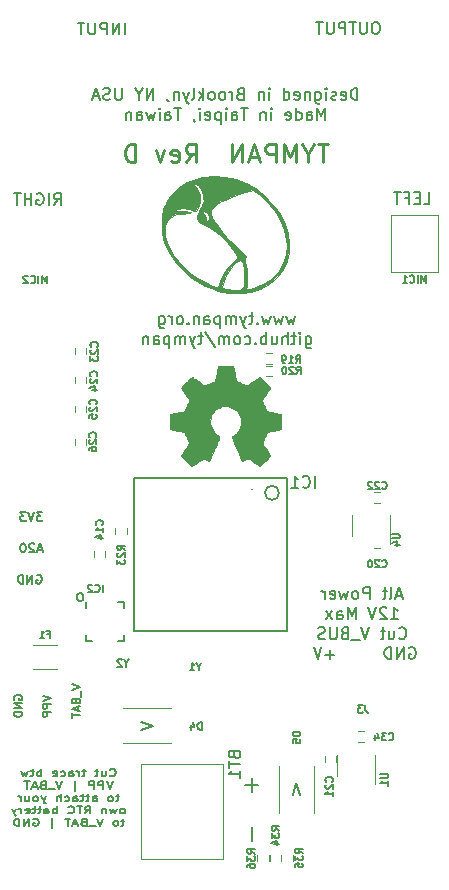
<source format=gbr>
G04 #@! TF.GenerationSoftware,KiCad,Pcbnew,(5.1.5)-3*
G04 #@! TF.CreationDate,2020-05-06T16:42:26+05:30*
G04 #@! TF.ProjectId,Tympan_D,54796d70-616e-45f4-942e-6b696361645f,rev?*
G04 #@! TF.SameCoordinates,PX6d878d0PY72e6100*
G04 #@! TF.FileFunction,Legend,Bot*
G04 #@! TF.FilePolarity,Positive*
%FSLAX46Y46*%
G04 Gerber Fmt 4.6, Leading zero omitted, Abs format (unit mm)*
G04 Created by KiCad (PCBNEW (5.1.5)-3) date 2020-05-06 16:42:26*
%MOMM*%
%LPD*%
G04 APERTURE LIST*
%ADD10C,0.150000*%
%ADD11C,0.200000*%
%ADD12C,0.175000*%
%ADD13C,0.250000*%
%ADD14C,0.177800*%
%ADD15C,0.120000*%
%ADD16C,0.100000*%
%ADD17C,0.010000*%
%ADD18C,0.127000*%
G04 APERTURE END LIST*
D10*
X9185714Y9585715D02*
X9223809Y9557143D01*
X9338095Y9528572D01*
X9414285Y9528572D01*
X9528571Y9557143D01*
X9604761Y9614286D01*
X9642857Y9671429D01*
X9680952Y9785715D01*
X9680952Y9871429D01*
X9642857Y9985715D01*
X9604761Y10042858D01*
X9528571Y10100000D01*
X9414285Y10128572D01*
X9338095Y10128572D01*
X9223809Y10100000D01*
X9185714Y10071429D01*
X8500000Y9928572D02*
X8500000Y9528572D01*
X8842857Y9928572D02*
X8842857Y9614286D01*
X8804761Y9557143D01*
X8728571Y9528572D01*
X8614285Y9528572D01*
X8538095Y9557143D01*
X8500000Y9585715D01*
X8233333Y9928572D02*
X7928571Y9928572D01*
X8119047Y10128572D02*
X8119047Y9614286D01*
X8080952Y9557143D01*
X8004761Y9528572D01*
X7928571Y9528572D01*
X7166666Y9928572D02*
X6861904Y9928572D01*
X7052380Y10128572D02*
X7052380Y9614286D01*
X7014285Y9557143D01*
X6938095Y9528572D01*
X6861904Y9528572D01*
X6595238Y9528572D02*
X6595238Y9928572D01*
X6595238Y9814286D02*
X6557142Y9871429D01*
X6519047Y9900000D01*
X6442857Y9928572D01*
X6366666Y9928572D01*
X5757142Y9528572D02*
X5757142Y9842858D01*
X5795238Y9900000D01*
X5871428Y9928572D01*
X6023809Y9928572D01*
X6100000Y9900000D01*
X5757142Y9557143D02*
X5833333Y9528572D01*
X6023809Y9528572D01*
X6100000Y9557143D01*
X6138095Y9614286D01*
X6138095Y9671429D01*
X6100000Y9728572D01*
X6023809Y9757143D01*
X5833333Y9757143D01*
X5757142Y9785715D01*
X5033333Y9557143D02*
X5109523Y9528572D01*
X5261904Y9528572D01*
X5338095Y9557143D01*
X5376190Y9585715D01*
X5414285Y9642858D01*
X5414285Y9814286D01*
X5376190Y9871429D01*
X5338095Y9900000D01*
X5261904Y9928572D01*
X5109523Y9928572D01*
X5033333Y9900000D01*
X4385714Y9557143D02*
X4461904Y9528572D01*
X4614285Y9528572D01*
X4690476Y9557143D01*
X4728571Y9614286D01*
X4728571Y9842858D01*
X4690476Y9900000D01*
X4614285Y9928572D01*
X4461904Y9928572D01*
X4385714Y9900000D01*
X4347619Y9842858D01*
X4347619Y9785715D01*
X4728571Y9728572D01*
X3395238Y9528572D02*
X3395238Y10128572D01*
X3395238Y9900000D02*
X3319047Y9928572D01*
X3166666Y9928572D01*
X3090476Y9900000D01*
X3052380Y9871429D01*
X3014285Y9814286D01*
X3014285Y9642858D01*
X3052380Y9585715D01*
X3090476Y9557143D01*
X3166666Y9528572D01*
X3319047Y9528572D01*
X3395238Y9557143D01*
X2785714Y9928572D02*
X2480952Y9928572D01*
X2671428Y10128572D02*
X2671428Y9614286D01*
X2633333Y9557143D01*
X2557142Y9528572D01*
X2480952Y9528572D01*
X2290476Y9928572D02*
X2138095Y9528572D01*
X1985714Y9814286D01*
X1833333Y9528572D01*
X1680952Y9928572D01*
X9452380Y9078572D02*
X9185714Y8478572D01*
X8919047Y9078572D01*
X8652380Y8478572D02*
X8652380Y9078572D01*
X8347619Y9078572D01*
X8271428Y9050000D01*
X8233333Y9021429D01*
X8195238Y8964286D01*
X8195238Y8878572D01*
X8233333Y8821429D01*
X8271428Y8792858D01*
X8347619Y8764286D01*
X8652380Y8764286D01*
X7852380Y8478572D02*
X7852380Y9078572D01*
X7547619Y9078572D01*
X7471428Y9050000D01*
X7433333Y9021429D01*
X7395238Y8964286D01*
X7395238Y8878572D01*
X7433333Y8821429D01*
X7471428Y8792858D01*
X7547619Y8764286D01*
X7852380Y8764286D01*
X6252380Y8278572D02*
X6252380Y9135715D01*
X5185714Y9078572D02*
X4919047Y8478572D01*
X4652380Y9078572D01*
X4576190Y8421429D02*
X3966666Y8421429D01*
X3509523Y8792858D02*
X3395238Y8764286D01*
X3357142Y8735715D01*
X3319047Y8678572D01*
X3319047Y8592858D01*
X3357142Y8535715D01*
X3395238Y8507143D01*
X3471428Y8478572D01*
X3776190Y8478572D01*
X3776190Y9078572D01*
X3509523Y9078572D01*
X3433333Y9050000D01*
X3395238Y9021429D01*
X3357142Y8964286D01*
X3357142Y8907143D01*
X3395238Y8850000D01*
X3433333Y8821429D01*
X3509523Y8792858D01*
X3776190Y8792858D01*
X3014285Y8650000D02*
X2633333Y8650000D01*
X3090476Y8478572D02*
X2823809Y9078572D01*
X2557142Y8478572D01*
X2404761Y9078572D02*
X1947619Y9078572D01*
X2176190Y8478572D02*
X2176190Y9078572D01*
X9985714Y7828572D02*
X9680952Y7828572D01*
X9871428Y8028572D02*
X9871428Y7514286D01*
X9833333Y7457143D01*
X9757142Y7428572D01*
X9680952Y7428572D01*
X9300000Y7428572D02*
X9376190Y7457143D01*
X9414285Y7485715D01*
X9452380Y7542858D01*
X9452380Y7714286D01*
X9414285Y7771429D01*
X9376190Y7800000D01*
X9300000Y7828572D01*
X9185714Y7828572D01*
X9109523Y7800000D01*
X9071428Y7771429D01*
X9033333Y7714286D01*
X9033333Y7542858D01*
X9071428Y7485715D01*
X9109523Y7457143D01*
X9185714Y7428572D01*
X9300000Y7428572D01*
X7738095Y7428572D02*
X7738095Y7742858D01*
X7776190Y7800000D01*
X7852380Y7828572D01*
X8004761Y7828572D01*
X8080952Y7800000D01*
X7738095Y7457143D02*
X7814285Y7428572D01*
X8004761Y7428572D01*
X8080952Y7457143D01*
X8119047Y7514286D01*
X8119047Y7571429D01*
X8080952Y7628572D01*
X8004761Y7657143D01*
X7814285Y7657143D01*
X7738095Y7685715D01*
X7471428Y7828572D02*
X7166666Y7828572D01*
X7357142Y8028572D02*
X7357142Y7514286D01*
X7319047Y7457143D01*
X7242857Y7428572D01*
X7166666Y7428572D01*
X7014285Y7828572D02*
X6709523Y7828572D01*
X6900000Y8028572D02*
X6900000Y7514286D01*
X6861904Y7457143D01*
X6785714Y7428572D01*
X6709523Y7428572D01*
X6100000Y7428572D02*
X6100000Y7742858D01*
X6138095Y7800000D01*
X6214285Y7828572D01*
X6366666Y7828572D01*
X6442857Y7800000D01*
X6100000Y7457143D02*
X6176190Y7428572D01*
X6366666Y7428572D01*
X6442857Y7457143D01*
X6480952Y7514286D01*
X6480952Y7571429D01*
X6442857Y7628572D01*
X6366666Y7657143D01*
X6176190Y7657143D01*
X6100000Y7685715D01*
X5376190Y7457143D02*
X5452380Y7428572D01*
X5604761Y7428572D01*
X5680952Y7457143D01*
X5719047Y7485715D01*
X5757142Y7542858D01*
X5757142Y7714286D01*
X5719047Y7771429D01*
X5680952Y7800000D01*
X5604761Y7828572D01*
X5452380Y7828572D01*
X5376190Y7800000D01*
X5033333Y7428572D02*
X5033333Y8028572D01*
X4690476Y7428572D02*
X4690476Y7742858D01*
X4728571Y7800000D01*
X4804761Y7828572D01*
X4919047Y7828572D01*
X4995238Y7800000D01*
X5033333Y7771429D01*
X3776190Y7828572D02*
X3585714Y7428572D01*
X3395238Y7828572D02*
X3585714Y7428572D01*
X3661904Y7285715D01*
X3700000Y7257143D01*
X3776190Y7228572D01*
X2976190Y7428572D02*
X3052380Y7457143D01*
X3090476Y7485715D01*
X3128571Y7542858D01*
X3128571Y7714286D01*
X3090476Y7771429D01*
X3052380Y7800000D01*
X2976190Y7828572D01*
X2861904Y7828572D01*
X2785714Y7800000D01*
X2747619Y7771429D01*
X2709523Y7714286D01*
X2709523Y7542858D01*
X2747619Y7485715D01*
X2785714Y7457143D01*
X2861904Y7428572D01*
X2976190Y7428572D01*
X2023809Y7828572D02*
X2023809Y7428572D01*
X2366666Y7828572D02*
X2366666Y7514286D01*
X2328571Y7457143D01*
X2252380Y7428572D01*
X2138095Y7428572D01*
X2061904Y7457143D01*
X2023809Y7485715D01*
X1642857Y7428572D02*
X1642857Y7828572D01*
X1642857Y7714286D02*
X1604761Y7771429D01*
X1566666Y7800000D01*
X1490476Y7828572D01*
X1414285Y7828572D01*
X10328571Y6378572D02*
X10404761Y6407143D01*
X10442857Y6435715D01*
X10480952Y6492858D01*
X10480952Y6664286D01*
X10442857Y6721429D01*
X10404761Y6750000D01*
X10328571Y6778572D01*
X10214285Y6778572D01*
X10138095Y6750000D01*
X10100000Y6721429D01*
X10061904Y6664286D01*
X10061904Y6492858D01*
X10100000Y6435715D01*
X10138095Y6407143D01*
X10214285Y6378572D01*
X10328571Y6378572D01*
X9795238Y6778572D02*
X9642857Y6378572D01*
X9490476Y6664286D01*
X9338095Y6378572D01*
X9185714Y6778572D01*
X8880952Y6778572D02*
X8880952Y6378572D01*
X8880952Y6721429D02*
X8842857Y6750000D01*
X8766666Y6778572D01*
X8652380Y6778572D01*
X8576190Y6750000D01*
X8538095Y6692858D01*
X8538095Y6378572D01*
X7090476Y6378572D02*
X7357142Y6664286D01*
X7547619Y6378572D02*
X7547619Y6978572D01*
X7242857Y6978572D01*
X7166666Y6950000D01*
X7128571Y6921429D01*
X7090476Y6864286D01*
X7090476Y6778572D01*
X7128571Y6721429D01*
X7166666Y6692858D01*
X7242857Y6664286D01*
X7547619Y6664286D01*
X6861904Y6978572D02*
X6404761Y6978572D01*
X6633333Y6378572D02*
X6633333Y6978572D01*
X5680952Y6435715D02*
X5719047Y6407143D01*
X5833333Y6378572D01*
X5909523Y6378572D01*
X6023809Y6407143D01*
X6100000Y6464286D01*
X6138095Y6521429D01*
X6176190Y6635715D01*
X6176190Y6721429D01*
X6138095Y6835715D01*
X6100000Y6892858D01*
X6023809Y6950000D01*
X5909523Y6978572D01*
X5833333Y6978572D01*
X5719047Y6950000D01*
X5680952Y6921429D01*
X4728571Y6378572D02*
X4728571Y6978572D01*
X4728571Y6750000D02*
X4652380Y6778572D01*
X4500000Y6778572D01*
X4423809Y6750000D01*
X4385714Y6721429D01*
X4347619Y6664286D01*
X4347619Y6492858D01*
X4385714Y6435715D01*
X4423809Y6407143D01*
X4500000Y6378572D01*
X4652380Y6378572D01*
X4728571Y6407143D01*
X3661904Y6378572D02*
X3661904Y6692858D01*
X3700000Y6750000D01*
X3776190Y6778572D01*
X3928571Y6778572D01*
X4004761Y6750000D01*
X3661904Y6407143D02*
X3738095Y6378572D01*
X3928571Y6378572D01*
X4004761Y6407143D01*
X4042857Y6464286D01*
X4042857Y6521429D01*
X4004761Y6578572D01*
X3928571Y6607143D01*
X3738095Y6607143D01*
X3661904Y6635715D01*
X3395238Y6778572D02*
X3090476Y6778572D01*
X3280952Y6978572D02*
X3280952Y6464286D01*
X3242857Y6407143D01*
X3166666Y6378572D01*
X3090476Y6378572D01*
X2938095Y6778572D02*
X2633333Y6778572D01*
X2823809Y6978572D02*
X2823809Y6464286D01*
X2785714Y6407143D01*
X2709523Y6378572D01*
X2633333Y6378572D01*
X2061904Y6407143D02*
X2138095Y6378572D01*
X2290476Y6378572D01*
X2366666Y6407143D01*
X2404761Y6464286D01*
X2404761Y6692858D01*
X2366666Y6750000D01*
X2290476Y6778572D01*
X2138095Y6778572D01*
X2061904Y6750000D01*
X2023809Y6692858D01*
X2023809Y6635715D01*
X2404761Y6578572D01*
X1680952Y6378572D02*
X1680952Y6778572D01*
X1680952Y6664286D02*
X1642857Y6721429D01*
X1604761Y6750000D01*
X1528571Y6778572D01*
X1452380Y6778572D01*
X1261904Y6778572D02*
X1071428Y6378572D01*
X880952Y6778572D02*
X1071428Y6378572D01*
X1147619Y6235715D01*
X1185714Y6207143D01*
X1261904Y6178572D01*
X10423809Y5728572D02*
X10119047Y5728572D01*
X10309523Y5928572D02*
X10309523Y5414286D01*
X10271428Y5357143D01*
X10195238Y5328572D01*
X10119047Y5328572D01*
X9738095Y5328572D02*
X9814285Y5357143D01*
X9852380Y5385715D01*
X9890476Y5442858D01*
X9890476Y5614286D01*
X9852380Y5671429D01*
X9814285Y5700000D01*
X9738095Y5728572D01*
X9623809Y5728572D01*
X9547619Y5700000D01*
X9509523Y5671429D01*
X9471428Y5614286D01*
X9471428Y5442858D01*
X9509523Y5385715D01*
X9547619Y5357143D01*
X9623809Y5328572D01*
X9738095Y5328572D01*
X8633333Y5928572D02*
X8366666Y5328572D01*
X8100000Y5928572D01*
X8023809Y5271429D02*
X7414285Y5271429D01*
X6957142Y5642858D02*
X6842857Y5614286D01*
X6804761Y5585715D01*
X6766666Y5528572D01*
X6766666Y5442858D01*
X6804761Y5385715D01*
X6842857Y5357143D01*
X6919047Y5328572D01*
X7223809Y5328572D01*
X7223809Y5928572D01*
X6957142Y5928572D01*
X6880952Y5900000D01*
X6842857Y5871429D01*
X6804761Y5814286D01*
X6804761Y5757143D01*
X6842857Y5700000D01*
X6880952Y5671429D01*
X6957142Y5642858D01*
X7223809Y5642858D01*
X6461904Y5500000D02*
X6080952Y5500000D01*
X6538095Y5328572D02*
X6271428Y5928572D01*
X6004761Y5328572D01*
X5852380Y5928572D02*
X5395238Y5928572D01*
X5623809Y5328572D02*
X5623809Y5928572D01*
X4328571Y5128572D02*
X4328571Y5985715D01*
X2728571Y5900000D02*
X2804761Y5928572D01*
X2919047Y5928572D01*
X3033333Y5900000D01*
X3109523Y5842858D01*
X3147619Y5785715D01*
X3185714Y5671429D01*
X3185714Y5585715D01*
X3147619Y5471429D01*
X3109523Y5414286D01*
X3033333Y5357143D01*
X2919047Y5328572D01*
X2842857Y5328572D01*
X2728571Y5357143D01*
X2690476Y5385715D01*
X2690476Y5585715D01*
X2842857Y5585715D01*
X2347619Y5328572D02*
X2347619Y5928572D01*
X1890476Y5328572D01*
X1890476Y5928572D01*
X1509523Y5328572D02*
X1509523Y5928572D01*
X1319047Y5928572D01*
X1204761Y5900000D01*
X1128571Y5842858D01*
X1090476Y5785715D01*
X1052380Y5671429D01*
X1052380Y5585715D01*
X1090476Y5471429D01*
X1128571Y5414286D01*
X1204761Y5357143D01*
X1319047Y5328572D01*
X1509523Y5328572D01*
D11*
X34544285Y20400000D02*
X34639523Y20447620D01*
X34782380Y20447620D01*
X34925238Y20400000D01*
X35020476Y20304762D01*
X35068095Y20209524D01*
X35115714Y20019048D01*
X35115714Y19876191D01*
X35068095Y19685715D01*
X35020476Y19590477D01*
X34925238Y19495239D01*
X34782380Y19447620D01*
X34687142Y19447620D01*
X34544285Y19495239D01*
X34496666Y19542858D01*
X34496666Y19876191D01*
X34687142Y19876191D01*
X34068095Y19447620D02*
X34068095Y20447620D01*
X33496666Y19447620D01*
X33496666Y20447620D01*
X33020476Y19447620D02*
X33020476Y20447620D01*
X32782380Y20447620D01*
X32639523Y20400000D01*
X32544285Y20304762D01*
X32496666Y20209524D01*
X32449047Y20019048D01*
X32449047Y19876191D01*
X32496666Y19685715D01*
X32544285Y19590477D01*
X32639523Y19495239D01*
X32782380Y19447620D01*
X33020476Y19447620D01*
X28210952Y19828572D02*
X27449047Y19828572D01*
X27830000Y19447620D02*
X27830000Y20209524D01*
X27115714Y20447620D02*
X26782380Y19447620D01*
X26449047Y20447620D01*
X33950952Y24813334D02*
X33474761Y24813334D01*
X34046190Y24527620D02*
X33712857Y25527620D01*
X33379523Y24527620D01*
X32903333Y24527620D02*
X32998571Y24575239D01*
X33046190Y24670477D01*
X33046190Y25527620D01*
X32665238Y25194286D02*
X32284285Y25194286D01*
X32522380Y25527620D02*
X32522380Y24670477D01*
X32474761Y24575239D01*
X32379523Y24527620D01*
X32284285Y24527620D01*
X31189047Y24527620D02*
X31189047Y25527620D01*
X30808095Y25527620D01*
X30712857Y25480000D01*
X30665238Y25432381D01*
X30617619Y25337143D01*
X30617619Y25194286D01*
X30665238Y25099048D01*
X30712857Y25051429D01*
X30808095Y25003810D01*
X31189047Y25003810D01*
X30046190Y24527620D02*
X30141428Y24575239D01*
X30189047Y24622858D01*
X30236666Y24718096D01*
X30236666Y25003810D01*
X30189047Y25099048D01*
X30141428Y25146667D01*
X30046190Y25194286D01*
X29903333Y25194286D01*
X29808095Y25146667D01*
X29760476Y25099048D01*
X29712857Y25003810D01*
X29712857Y24718096D01*
X29760476Y24622858D01*
X29808095Y24575239D01*
X29903333Y24527620D01*
X30046190Y24527620D01*
X29379523Y25194286D02*
X29189047Y24527620D01*
X28998571Y25003810D01*
X28808095Y24527620D01*
X28617619Y25194286D01*
X27855714Y24575239D02*
X27950952Y24527620D01*
X28141428Y24527620D01*
X28236666Y24575239D01*
X28284285Y24670477D01*
X28284285Y25051429D01*
X28236666Y25146667D01*
X28141428Y25194286D01*
X27950952Y25194286D01*
X27855714Y25146667D01*
X27808095Y25051429D01*
X27808095Y24956191D01*
X28284285Y24860953D01*
X27379523Y24527620D02*
X27379523Y25194286D01*
X27379523Y25003810D02*
X27331904Y25099048D01*
X27284285Y25146667D01*
X27189047Y25194286D01*
X27093809Y25194286D01*
X32998571Y22827620D02*
X33570000Y22827620D01*
X33284285Y22827620D02*
X33284285Y23827620D01*
X33379523Y23684762D01*
X33474761Y23589524D01*
X33570000Y23541905D01*
X32617619Y23732381D02*
X32570000Y23780000D01*
X32474761Y23827620D01*
X32236666Y23827620D01*
X32141428Y23780000D01*
X32093809Y23732381D01*
X32046190Y23637143D01*
X32046190Y23541905D01*
X32093809Y23399048D01*
X32665238Y22827620D01*
X32046190Y22827620D01*
X31760476Y23827620D02*
X31427142Y22827620D01*
X31093809Y23827620D01*
X29998571Y22827620D02*
X29998571Y23827620D01*
X29665238Y23113334D01*
X29331904Y23827620D01*
X29331904Y22827620D01*
X28427142Y22827620D02*
X28427142Y23351429D01*
X28474761Y23446667D01*
X28570000Y23494286D01*
X28760476Y23494286D01*
X28855714Y23446667D01*
X28427142Y22875239D02*
X28522380Y22827620D01*
X28760476Y22827620D01*
X28855714Y22875239D01*
X28903333Y22970477D01*
X28903333Y23065715D01*
X28855714Y23160953D01*
X28760476Y23208572D01*
X28522380Y23208572D01*
X28427142Y23256191D01*
X28046190Y22827620D02*
X27522380Y23494286D01*
X28046190Y23494286D02*
X27522380Y22827620D01*
X33689047Y21222858D02*
X33736666Y21175239D01*
X33879523Y21127620D01*
X33974761Y21127620D01*
X34117619Y21175239D01*
X34212857Y21270477D01*
X34260476Y21365715D01*
X34308095Y21556191D01*
X34308095Y21699048D01*
X34260476Y21889524D01*
X34212857Y21984762D01*
X34117619Y22080000D01*
X33974761Y22127620D01*
X33879523Y22127620D01*
X33736666Y22080000D01*
X33689047Y22032381D01*
X32831904Y21794286D02*
X32831904Y21127620D01*
X33260476Y21794286D02*
X33260476Y21270477D01*
X33212857Y21175239D01*
X33117619Y21127620D01*
X32974761Y21127620D01*
X32879523Y21175239D01*
X32831904Y21222858D01*
X32498571Y21794286D02*
X32117619Y21794286D01*
X32355714Y22127620D02*
X32355714Y21270477D01*
X32308095Y21175239D01*
X32212857Y21127620D01*
X32117619Y21127620D01*
X31165238Y22127620D02*
X30831904Y21127620D01*
X30498571Y22127620D01*
X30403333Y21032381D02*
X29641428Y21032381D01*
X29070000Y21651429D02*
X28927142Y21603810D01*
X28879523Y21556191D01*
X28831904Y21460953D01*
X28831904Y21318096D01*
X28879523Y21222858D01*
X28927142Y21175239D01*
X29022380Y21127620D01*
X29403333Y21127620D01*
X29403333Y22127620D01*
X29070000Y22127620D01*
X28974761Y22080000D01*
X28927142Y22032381D01*
X28879523Y21937143D01*
X28879523Y21841905D01*
X28927142Y21746667D01*
X28974761Y21699048D01*
X29070000Y21651429D01*
X29403333Y21651429D01*
X28403333Y22127620D02*
X28403333Y21318096D01*
X28355714Y21222858D01*
X28308095Y21175239D01*
X28212857Y21127620D01*
X28022380Y21127620D01*
X27927142Y21175239D01*
X27879523Y21222858D01*
X27831904Y21318096D01*
X27831904Y22127620D01*
X27403333Y21175239D02*
X27260476Y21127620D01*
X27022380Y21127620D01*
X26927142Y21175239D01*
X26879523Y21222858D01*
X26831904Y21318096D01*
X26831904Y21413334D01*
X26879523Y21508572D01*
X26927142Y21556191D01*
X27022380Y21603810D01*
X27212857Y21651429D01*
X27308095Y21699048D01*
X27355714Y21746667D01*
X27403333Y21841905D01*
X27403333Y21937143D01*
X27355714Y22032381D01*
X27308095Y22080000D01*
X27212857Y22127620D01*
X26974761Y22127620D01*
X26831904Y22080000D01*
X10478571Y72322620D02*
X10478571Y73322620D01*
X10002380Y72322620D02*
X10002380Y73322620D01*
X9430952Y72322620D01*
X9430952Y73322620D01*
X8954761Y72322620D02*
X8954761Y73322620D01*
X8573809Y73322620D01*
X8478571Y73275000D01*
X8430952Y73227381D01*
X8383333Y73132143D01*
X8383333Y72989286D01*
X8430952Y72894048D01*
X8478571Y72846429D01*
X8573809Y72798810D01*
X8954761Y72798810D01*
X7954761Y73322620D02*
X7954761Y72513096D01*
X7907142Y72417858D01*
X7859523Y72370239D01*
X7764285Y72322620D01*
X7573809Y72322620D01*
X7478571Y72370239D01*
X7430952Y72417858D01*
X7383333Y72513096D01*
X7383333Y73322620D01*
X7050000Y73322620D02*
X6478571Y73322620D01*
X6764285Y72322620D02*
X6764285Y73322620D01*
X31804761Y73372620D02*
X31614285Y73372620D01*
X31519047Y73325000D01*
X31423809Y73229762D01*
X31376190Y73039286D01*
X31376190Y72705953D01*
X31423809Y72515477D01*
X31519047Y72420239D01*
X31614285Y72372620D01*
X31804761Y72372620D01*
X31900000Y72420239D01*
X31995238Y72515477D01*
X32042857Y72705953D01*
X32042857Y73039286D01*
X31995238Y73229762D01*
X31900000Y73325000D01*
X31804761Y73372620D01*
X30947619Y73372620D02*
X30947619Y72563096D01*
X30900000Y72467858D01*
X30852380Y72420239D01*
X30757142Y72372620D01*
X30566666Y72372620D01*
X30471428Y72420239D01*
X30423809Y72467858D01*
X30376190Y72563096D01*
X30376190Y73372620D01*
X30042857Y73372620D02*
X29471428Y73372620D01*
X29757142Y72372620D02*
X29757142Y73372620D01*
X29138095Y72372620D02*
X29138095Y73372620D01*
X28757142Y73372620D01*
X28661904Y73325000D01*
X28614285Y73277381D01*
X28566666Y73182143D01*
X28566666Y73039286D01*
X28614285Y72944048D01*
X28661904Y72896429D01*
X28757142Y72848810D01*
X29138095Y72848810D01*
X28138095Y73372620D02*
X28138095Y72563096D01*
X28090476Y72467858D01*
X28042857Y72420239D01*
X27947619Y72372620D01*
X27757142Y72372620D01*
X27661904Y72420239D01*
X27614285Y72467858D01*
X27566666Y72563096D01*
X27566666Y73372620D01*
X27233333Y73372620D02*
X26661904Y73372620D01*
X26947619Y72372620D02*
X26947619Y73372620D01*
X11852380Y14083334D02*
X12852380Y13750000D01*
X11852380Y13416667D01*
X24666666Y7927381D02*
X25000000Y8927381D01*
X25333333Y7927381D01*
X6771428Y24372620D02*
X6866666Y24420239D01*
X6914285Y24467858D01*
X6961904Y24563096D01*
X6961904Y24848810D01*
X6914285Y24944048D01*
X6866666Y24991667D01*
X6771428Y25039286D01*
X6628571Y25039286D01*
X6533333Y24991667D01*
X6485714Y24944048D01*
X6438095Y24848810D01*
X6438095Y24563096D01*
X6485714Y24467858D01*
X6533333Y24420239D01*
X6628571Y24372620D01*
X6771428Y24372620D01*
X4458333Y57897620D02*
X4791666Y58373810D01*
X5029761Y57897620D02*
X5029761Y58897620D01*
X4648809Y58897620D01*
X4553571Y58850000D01*
X4505952Y58802381D01*
X4458333Y58707143D01*
X4458333Y58564286D01*
X4505952Y58469048D01*
X4553571Y58421429D01*
X4648809Y58373810D01*
X5029761Y58373810D01*
X4029761Y57897620D02*
X4029761Y58897620D01*
X3029761Y58850000D02*
X3125000Y58897620D01*
X3267857Y58897620D01*
X3410714Y58850000D01*
X3505952Y58754762D01*
X3553571Y58659524D01*
X3601190Y58469048D01*
X3601190Y58326191D01*
X3553571Y58135715D01*
X3505952Y58040477D01*
X3410714Y57945239D01*
X3267857Y57897620D01*
X3172619Y57897620D01*
X3029761Y57945239D01*
X2982142Y57992858D01*
X2982142Y58326191D01*
X3172619Y58326191D01*
X2553571Y57897620D02*
X2553571Y58897620D01*
X2553571Y58421429D02*
X1982142Y58421429D01*
X1982142Y57897620D02*
X1982142Y58897620D01*
X1648809Y58897620D02*
X1077380Y58897620D01*
X1363095Y57897620D02*
X1363095Y58897620D01*
X35777380Y57972620D02*
X36253571Y57972620D01*
X36253571Y58972620D01*
X35444047Y58496429D02*
X35110714Y58496429D01*
X34967857Y57972620D02*
X35444047Y57972620D01*
X35444047Y58972620D01*
X34967857Y58972620D01*
X34205952Y58496429D02*
X34539285Y58496429D01*
X34539285Y57972620D02*
X34539285Y58972620D01*
X34063095Y58972620D01*
X33825000Y58972620D02*
X33253571Y58972620D01*
X33539285Y57972620D02*
X33539285Y58972620D01*
X24909523Y48464286D02*
X24719047Y47797620D01*
X24528571Y48273810D01*
X24338095Y47797620D01*
X24147619Y48464286D01*
X23861904Y48464286D02*
X23671428Y47797620D01*
X23480952Y48273810D01*
X23290476Y47797620D01*
X23100000Y48464286D01*
X22814285Y48464286D02*
X22623809Y47797620D01*
X22433333Y48273810D01*
X22242857Y47797620D01*
X22052380Y48464286D01*
X21671428Y47892858D02*
X21623809Y47845239D01*
X21671428Y47797620D01*
X21719047Y47845239D01*
X21671428Y47892858D01*
X21671428Y47797620D01*
X21338095Y48464286D02*
X20957142Y48464286D01*
X21195238Y48797620D02*
X21195238Y47940477D01*
X21147619Y47845239D01*
X21052380Y47797620D01*
X20957142Y47797620D01*
X20719047Y48464286D02*
X20480952Y47797620D01*
X20242857Y48464286D02*
X20480952Y47797620D01*
X20576190Y47559524D01*
X20623809Y47511905D01*
X20719047Y47464286D01*
X19861904Y47797620D02*
X19861904Y48464286D01*
X19861904Y48369048D02*
X19814285Y48416667D01*
X19719047Y48464286D01*
X19576190Y48464286D01*
X19480952Y48416667D01*
X19433333Y48321429D01*
X19433333Y47797620D01*
X19433333Y48321429D02*
X19385714Y48416667D01*
X19290476Y48464286D01*
X19147619Y48464286D01*
X19052380Y48416667D01*
X19004761Y48321429D01*
X19004761Y47797620D01*
X18528571Y48464286D02*
X18528571Y47464286D01*
X18528571Y48416667D02*
X18433333Y48464286D01*
X18242857Y48464286D01*
X18147619Y48416667D01*
X18100000Y48369048D01*
X18052380Y48273810D01*
X18052380Y47988096D01*
X18100000Y47892858D01*
X18147619Y47845239D01*
X18242857Y47797620D01*
X18433333Y47797620D01*
X18528571Y47845239D01*
X17195238Y47797620D02*
X17195238Y48321429D01*
X17242857Y48416667D01*
X17338095Y48464286D01*
X17528571Y48464286D01*
X17623809Y48416667D01*
X17195238Y47845239D02*
X17290476Y47797620D01*
X17528571Y47797620D01*
X17623809Y47845239D01*
X17671428Y47940477D01*
X17671428Y48035715D01*
X17623809Y48130953D01*
X17528571Y48178572D01*
X17290476Y48178572D01*
X17195238Y48226191D01*
X16719047Y48464286D02*
X16719047Y47797620D01*
X16719047Y48369048D02*
X16671428Y48416667D01*
X16576190Y48464286D01*
X16433333Y48464286D01*
X16338095Y48416667D01*
X16290476Y48321429D01*
X16290476Y47797620D01*
X15814285Y47892858D02*
X15766666Y47845239D01*
X15814285Y47797620D01*
X15861904Y47845239D01*
X15814285Y47892858D01*
X15814285Y47797620D01*
X15195238Y47797620D02*
X15290476Y47845239D01*
X15338095Y47892858D01*
X15385714Y47988096D01*
X15385714Y48273810D01*
X15338095Y48369048D01*
X15290476Y48416667D01*
X15195238Y48464286D01*
X15052380Y48464286D01*
X14957142Y48416667D01*
X14909523Y48369048D01*
X14861904Y48273810D01*
X14861904Y47988096D01*
X14909523Y47892858D01*
X14957142Y47845239D01*
X15052380Y47797620D01*
X15195238Y47797620D01*
X14433333Y47797620D02*
X14433333Y48464286D01*
X14433333Y48273810D02*
X14385714Y48369048D01*
X14338095Y48416667D01*
X14242857Y48464286D01*
X14147619Y48464286D01*
X13385714Y48464286D02*
X13385714Y47654762D01*
X13433333Y47559524D01*
X13480952Y47511905D01*
X13576190Y47464286D01*
X13719047Y47464286D01*
X13814285Y47511905D01*
X13385714Y47845239D02*
X13480952Y47797620D01*
X13671428Y47797620D01*
X13766666Y47845239D01*
X13814285Y47892858D01*
X13861904Y47988096D01*
X13861904Y48273810D01*
X13814285Y48369048D01*
X13766666Y48416667D01*
X13671428Y48464286D01*
X13480952Y48464286D01*
X13385714Y48416667D01*
X25766666Y46764286D02*
X25766666Y45954762D01*
X25814285Y45859524D01*
X25861904Y45811905D01*
X25957142Y45764286D01*
X26100000Y45764286D01*
X26195238Y45811905D01*
X25766666Y46145239D02*
X25861904Y46097620D01*
X26052380Y46097620D01*
X26147619Y46145239D01*
X26195238Y46192858D01*
X26242857Y46288096D01*
X26242857Y46573810D01*
X26195238Y46669048D01*
X26147619Y46716667D01*
X26052380Y46764286D01*
X25861904Y46764286D01*
X25766666Y46716667D01*
X25290476Y46097620D02*
X25290476Y46764286D01*
X25290476Y47097620D02*
X25338095Y47050000D01*
X25290476Y47002381D01*
X25242857Y47050000D01*
X25290476Y47097620D01*
X25290476Y47002381D01*
X24957142Y46764286D02*
X24576190Y46764286D01*
X24814285Y47097620D02*
X24814285Y46240477D01*
X24766666Y46145239D01*
X24671428Y46097620D01*
X24576190Y46097620D01*
X24242857Y46097620D02*
X24242857Y47097620D01*
X23814285Y46097620D02*
X23814285Y46621429D01*
X23861904Y46716667D01*
X23957142Y46764286D01*
X24100000Y46764286D01*
X24195238Y46716667D01*
X24242857Y46669048D01*
X22909523Y46764286D02*
X22909523Y46097620D01*
X23338095Y46764286D02*
X23338095Y46240477D01*
X23290476Y46145239D01*
X23195238Y46097620D01*
X23052380Y46097620D01*
X22957142Y46145239D01*
X22909523Y46192858D01*
X22433333Y46097620D02*
X22433333Y47097620D01*
X22433333Y46716667D02*
X22338095Y46764286D01*
X22147619Y46764286D01*
X22052380Y46716667D01*
X22004761Y46669048D01*
X21957142Y46573810D01*
X21957142Y46288096D01*
X22004761Y46192858D01*
X22052380Y46145239D01*
X22147619Y46097620D01*
X22338095Y46097620D01*
X22433333Y46145239D01*
X21528571Y46192858D02*
X21480952Y46145239D01*
X21528571Y46097620D01*
X21576190Y46145239D01*
X21528571Y46192858D01*
X21528571Y46097620D01*
X20623809Y46145239D02*
X20719047Y46097620D01*
X20909523Y46097620D01*
X21004761Y46145239D01*
X21052380Y46192858D01*
X21100000Y46288096D01*
X21100000Y46573810D01*
X21052380Y46669048D01*
X21004761Y46716667D01*
X20909523Y46764286D01*
X20719047Y46764286D01*
X20623809Y46716667D01*
X20052380Y46097620D02*
X20147619Y46145239D01*
X20195238Y46192858D01*
X20242857Y46288096D01*
X20242857Y46573810D01*
X20195238Y46669048D01*
X20147619Y46716667D01*
X20052380Y46764286D01*
X19909523Y46764286D01*
X19814285Y46716667D01*
X19766666Y46669048D01*
X19719047Y46573810D01*
X19719047Y46288096D01*
X19766666Y46192858D01*
X19814285Y46145239D01*
X19909523Y46097620D01*
X20052380Y46097620D01*
X19290476Y46097620D02*
X19290476Y46764286D01*
X19290476Y46669048D02*
X19242857Y46716667D01*
X19147619Y46764286D01*
X19004761Y46764286D01*
X18909523Y46716667D01*
X18861904Y46621429D01*
X18861904Y46097620D01*
X18861904Y46621429D02*
X18814285Y46716667D01*
X18719047Y46764286D01*
X18576190Y46764286D01*
X18480952Y46716667D01*
X18433333Y46621429D01*
X18433333Y46097620D01*
X17242857Y47145239D02*
X18100000Y45859524D01*
X17052380Y46764286D02*
X16671428Y46764286D01*
X16909523Y47097620D02*
X16909523Y46240477D01*
X16861904Y46145239D01*
X16766666Y46097620D01*
X16671428Y46097620D01*
X16433333Y46764286D02*
X16195238Y46097620D01*
X15957142Y46764286D02*
X16195238Y46097620D01*
X16290476Y45859524D01*
X16338095Y45811905D01*
X16433333Y45764286D01*
X15576190Y46097620D02*
X15576190Y46764286D01*
X15576190Y46669048D02*
X15528571Y46716667D01*
X15433333Y46764286D01*
X15290476Y46764286D01*
X15195238Y46716667D01*
X15147619Y46621429D01*
X15147619Y46097620D01*
X15147619Y46621429D02*
X15100000Y46716667D01*
X15004761Y46764286D01*
X14861904Y46764286D01*
X14766666Y46716667D01*
X14719047Y46621429D01*
X14719047Y46097620D01*
X14242857Y46764286D02*
X14242857Y45764286D01*
X14242857Y46716667D02*
X14147619Y46764286D01*
X13957142Y46764286D01*
X13861904Y46716667D01*
X13814285Y46669048D01*
X13766666Y46573810D01*
X13766666Y46288096D01*
X13814285Y46192858D01*
X13861904Y46145239D01*
X13957142Y46097620D01*
X14147619Y46097620D01*
X14242857Y46145239D01*
X12909523Y46097620D02*
X12909523Y46621429D01*
X12957142Y46716667D01*
X13052380Y46764286D01*
X13242857Y46764286D01*
X13338095Y46716667D01*
X12909523Y46145239D02*
X13004761Y46097620D01*
X13242857Y46097620D01*
X13338095Y46145239D01*
X13385714Y46240477D01*
X13385714Y46335715D01*
X13338095Y46430953D01*
X13242857Y46478572D01*
X13004761Y46478572D01*
X12909523Y46526191D01*
X12433333Y46764286D02*
X12433333Y46097620D01*
X12433333Y46669048D02*
X12385714Y46716667D01*
X12290476Y46764286D01*
X12147619Y46764286D01*
X12052380Y46716667D01*
X12004761Y46621429D01*
X12004761Y46097620D01*
X30166666Y66797620D02*
X30166666Y67797620D01*
X29928571Y67797620D01*
X29785714Y67750000D01*
X29690476Y67654762D01*
X29642857Y67559524D01*
X29595238Y67369048D01*
X29595238Y67226191D01*
X29642857Y67035715D01*
X29690476Y66940477D01*
X29785714Y66845239D01*
X29928571Y66797620D01*
X30166666Y66797620D01*
X28785714Y66845239D02*
X28880952Y66797620D01*
X29071428Y66797620D01*
X29166666Y66845239D01*
X29214285Y66940477D01*
X29214285Y67321429D01*
X29166666Y67416667D01*
X29071428Y67464286D01*
X28880952Y67464286D01*
X28785714Y67416667D01*
X28738095Y67321429D01*
X28738095Y67226191D01*
X29214285Y67130953D01*
X28357142Y66845239D02*
X28261904Y66797620D01*
X28071428Y66797620D01*
X27976190Y66845239D01*
X27928571Y66940477D01*
X27928571Y66988096D01*
X27976190Y67083334D01*
X28071428Y67130953D01*
X28214285Y67130953D01*
X28309523Y67178572D01*
X28357142Y67273810D01*
X28357142Y67321429D01*
X28309523Y67416667D01*
X28214285Y67464286D01*
X28071428Y67464286D01*
X27976190Y67416667D01*
X27500000Y66797620D02*
X27500000Y67464286D01*
X27500000Y67797620D02*
X27547619Y67750000D01*
X27500000Y67702381D01*
X27452380Y67750000D01*
X27500000Y67797620D01*
X27500000Y67702381D01*
X26595238Y67464286D02*
X26595238Y66654762D01*
X26642857Y66559524D01*
X26690476Y66511905D01*
X26785714Y66464286D01*
X26928571Y66464286D01*
X27023809Y66511905D01*
X26595238Y66845239D02*
X26690476Y66797620D01*
X26880952Y66797620D01*
X26976190Y66845239D01*
X27023809Y66892858D01*
X27071428Y66988096D01*
X27071428Y67273810D01*
X27023809Y67369048D01*
X26976190Y67416667D01*
X26880952Y67464286D01*
X26690476Y67464286D01*
X26595238Y67416667D01*
X26119047Y67464286D02*
X26119047Y66797620D01*
X26119047Y67369048D02*
X26071428Y67416667D01*
X25976190Y67464286D01*
X25833333Y67464286D01*
X25738095Y67416667D01*
X25690476Y67321429D01*
X25690476Y66797620D01*
X24833333Y66845239D02*
X24928571Y66797620D01*
X25119047Y66797620D01*
X25214285Y66845239D01*
X25261904Y66940477D01*
X25261904Y67321429D01*
X25214285Y67416667D01*
X25119047Y67464286D01*
X24928571Y67464286D01*
X24833333Y67416667D01*
X24785714Y67321429D01*
X24785714Y67226191D01*
X25261904Y67130953D01*
X23928571Y66797620D02*
X23928571Y67797620D01*
X23928571Y66845239D02*
X24023809Y66797620D01*
X24214285Y66797620D01*
X24309523Y66845239D01*
X24357142Y66892858D01*
X24404761Y66988096D01*
X24404761Y67273810D01*
X24357142Y67369048D01*
X24309523Y67416667D01*
X24214285Y67464286D01*
X24023809Y67464286D01*
X23928571Y67416667D01*
X22690476Y66797620D02*
X22690476Y67464286D01*
X22690476Y67797620D02*
X22738095Y67750000D01*
X22690476Y67702381D01*
X22642857Y67750000D01*
X22690476Y67797620D01*
X22690476Y67702381D01*
X22214285Y67464286D02*
X22214285Y66797620D01*
X22214285Y67369048D02*
X22166666Y67416667D01*
X22071428Y67464286D01*
X21928571Y67464286D01*
X21833333Y67416667D01*
X21785714Y67321429D01*
X21785714Y66797620D01*
X20214285Y67321429D02*
X20071428Y67273810D01*
X20023809Y67226191D01*
X19976190Y67130953D01*
X19976190Y66988096D01*
X20023809Y66892858D01*
X20071428Y66845239D01*
X20166666Y66797620D01*
X20547619Y66797620D01*
X20547619Y67797620D01*
X20214285Y67797620D01*
X20119047Y67750000D01*
X20071428Y67702381D01*
X20023809Y67607143D01*
X20023809Y67511905D01*
X20071428Y67416667D01*
X20119047Y67369048D01*
X20214285Y67321429D01*
X20547619Y67321429D01*
X19547619Y66797620D02*
X19547619Y67464286D01*
X19547619Y67273810D02*
X19500000Y67369048D01*
X19452380Y67416667D01*
X19357142Y67464286D01*
X19261904Y67464286D01*
X18785714Y66797620D02*
X18880952Y66845239D01*
X18928571Y66892858D01*
X18976190Y66988096D01*
X18976190Y67273810D01*
X18928571Y67369048D01*
X18880952Y67416667D01*
X18785714Y67464286D01*
X18642857Y67464286D01*
X18547619Y67416667D01*
X18500000Y67369048D01*
X18452380Y67273810D01*
X18452380Y66988096D01*
X18500000Y66892858D01*
X18547619Y66845239D01*
X18642857Y66797620D01*
X18785714Y66797620D01*
X17880952Y66797620D02*
X17976190Y66845239D01*
X18023809Y66892858D01*
X18071428Y66988096D01*
X18071428Y67273810D01*
X18023809Y67369048D01*
X17976190Y67416667D01*
X17880952Y67464286D01*
X17738095Y67464286D01*
X17642857Y67416667D01*
X17595238Y67369048D01*
X17547619Y67273810D01*
X17547619Y66988096D01*
X17595238Y66892858D01*
X17642857Y66845239D01*
X17738095Y66797620D01*
X17880952Y66797620D01*
X17119047Y66797620D02*
X17119047Y67797620D01*
X17023809Y67178572D02*
X16738095Y66797620D01*
X16738095Y67464286D02*
X17119047Y67083334D01*
X16166666Y66797620D02*
X16261904Y66845239D01*
X16309523Y66940477D01*
X16309523Y67797620D01*
X15880952Y67464286D02*
X15642857Y66797620D01*
X15404761Y67464286D02*
X15642857Y66797620D01*
X15738095Y66559524D01*
X15785714Y66511905D01*
X15880952Y66464286D01*
X15023809Y67464286D02*
X15023809Y66797620D01*
X15023809Y67369048D02*
X14976190Y67416667D01*
X14880952Y67464286D01*
X14738095Y67464286D01*
X14642857Y67416667D01*
X14595238Y67321429D01*
X14595238Y66797620D01*
X14071428Y66845239D02*
X14071428Y66797620D01*
X14119047Y66702381D01*
X14166666Y66654762D01*
X12880952Y66797620D02*
X12880952Y67797620D01*
X12309523Y66797620D01*
X12309523Y67797620D01*
X11642857Y67273810D02*
X11642857Y66797620D01*
X11976190Y67797620D02*
X11642857Y67273810D01*
X11309523Y67797620D01*
X10214285Y67797620D02*
X10214285Y66988096D01*
X10166666Y66892858D01*
X10119047Y66845239D01*
X10023809Y66797620D01*
X9833333Y66797620D01*
X9738095Y66845239D01*
X9690476Y66892858D01*
X9642857Y66988096D01*
X9642857Y67797620D01*
X9214285Y66845239D02*
X9071428Y66797620D01*
X8833333Y66797620D01*
X8738095Y66845239D01*
X8690476Y66892858D01*
X8642857Y66988096D01*
X8642857Y67083334D01*
X8690476Y67178572D01*
X8738095Y67226191D01*
X8833333Y67273810D01*
X9023809Y67321429D01*
X9119047Y67369048D01*
X9166666Y67416667D01*
X9214285Y67511905D01*
X9214285Y67607143D01*
X9166666Y67702381D01*
X9119047Y67750000D01*
X9023809Y67797620D01*
X8785714Y67797620D01*
X8642857Y67750000D01*
X8261904Y67083334D02*
X7785714Y67083334D01*
X8357142Y66797620D02*
X8023809Y67797620D01*
X7690476Y66797620D01*
X27428571Y65097620D02*
X27428571Y66097620D01*
X27095238Y65383334D01*
X26761904Y66097620D01*
X26761904Y65097620D01*
X25857142Y65097620D02*
X25857142Y65621429D01*
X25904761Y65716667D01*
X26000000Y65764286D01*
X26190476Y65764286D01*
X26285714Y65716667D01*
X25857142Y65145239D02*
X25952380Y65097620D01*
X26190476Y65097620D01*
X26285714Y65145239D01*
X26333333Y65240477D01*
X26333333Y65335715D01*
X26285714Y65430953D01*
X26190476Y65478572D01*
X25952380Y65478572D01*
X25857142Y65526191D01*
X24952380Y65097620D02*
X24952380Y66097620D01*
X24952380Y65145239D02*
X25047619Y65097620D01*
X25238095Y65097620D01*
X25333333Y65145239D01*
X25380952Y65192858D01*
X25428571Y65288096D01*
X25428571Y65573810D01*
X25380952Y65669048D01*
X25333333Y65716667D01*
X25238095Y65764286D01*
X25047619Y65764286D01*
X24952380Y65716667D01*
X24095238Y65145239D02*
X24190476Y65097620D01*
X24380952Y65097620D01*
X24476190Y65145239D01*
X24523809Y65240477D01*
X24523809Y65621429D01*
X24476190Y65716667D01*
X24380952Y65764286D01*
X24190476Y65764286D01*
X24095238Y65716667D01*
X24047619Y65621429D01*
X24047619Y65526191D01*
X24523809Y65430953D01*
X22857142Y65097620D02*
X22857142Y65764286D01*
X22857142Y66097620D02*
X22904761Y66050000D01*
X22857142Y66002381D01*
X22809523Y66050000D01*
X22857142Y66097620D01*
X22857142Y66002381D01*
X22380952Y65764286D02*
X22380952Y65097620D01*
X22380952Y65669048D02*
X22333333Y65716667D01*
X22238095Y65764286D01*
X22095238Y65764286D01*
X22000000Y65716667D01*
X21952380Y65621429D01*
X21952380Y65097620D01*
X20857142Y66097620D02*
X20285714Y66097620D01*
X20571428Y65097620D02*
X20571428Y66097620D01*
X19523809Y65097620D02*
X19523809Y65621429D01*
X19571428Y65716667D01*
X19666666Y65764286D01*
X19857142Y65764286D01*
X19952380Y65716667D01*
X19523809Y65145239D02*
X19619047Y65097620D01*
X19857142Y65097620D01*
X19952380Y65145239D01*
X20000000Y65240477D01*
X20000000Y65335715D01*
X19952380Y65430953D01*
X19857142Y65478572D01*
X19619047Y65478572D01*
X19523809Y65526191D01*
X19047619Y65097620D02*
X19047619Y65764286D01*
X19047619Y66097620D02*
X19095238Y66050000D01*
X19047619Y66002381D01*
X19000000Y66050000D01*
X19047619Y66097620D01*
X19047619Y66002381D01*
X18571428Y65764286D02*
X18571428Y64764286D01*
X18571428Y65716667D02*
X18476190Y65764286D01*
X18285714Y65764286D01*
X18190476Y65716667D01*
X18142857Y65669048D01*
X18095238Y65573810D01*
X18095238Y65288096D01*
X18142857Y65192858D01*
X18190476Y65145239D01*
X18285714Y65097620D01*
X18476190Y65097620D01*
X18571428Y65145239D01*
X17285714Y65145239D02*
X17380952Y65097620D01*
X17571428Y65097620D01*
X17666666Y65145239D01*
X17714285Y65240477D01*
X17714285Y65621429D01*
X17666666Y65716667D01*
X17571428Y65764286D01*
X17380952Y65764286D01*
X17285714Y65716667D01*
X17238095Y65621429D01*
X17238095Y65526191D01*
X17714285Y65430953D01*
X16809523Y65097620D02*
X16809523Y65764286D01*
X16809523Y66097620D02*
X16857142Y66050000D01*
X16809523Y66002381D01*
X16761904Y66050000D01*
X16809523Y66097620D01*
X16809523Y66002381D01*
X16285714Y65145239D02*
X16285714Y65097620D01*
X16333333Y65002381D01*
X16380952Y64954762D01*
X15238095Y66097620D02*
X14666666Y66097620D01*
X14952380Y65097620D02*
X14952380Y66097620D01*
X13904761Y65097620D02*
X13904761Y65621429D01*
X13952380Y65716667D01*
X14047619Y65764286D01*
X14238095Y65764286D01*
X14333333Y65716667D01*
X13904761Y65145239D02*
X14000000Y65097620D01*
X14238095Y65097620D01*
X14333333Y65145239D01*
X14380952Y65240477D01*
X14380952Y65335715D01*
X14333333Y65430953D01*
X14238095Y65478572D01*
X14000000Y65478572D01*
X13904761Y65526191D01*
X13428571Y65097620D02*
X13428571Y65764286D01*
X13428571Y66097620D02*
X13476190Y66050000D01*
X13428571Y66002381D01*
X13380952Y66050000D01*
X13428571Y66097620D01*
X13428571Y66002381D01*
X13047619Y65764286D02*
X12857142Y65097620D01*
X12666666Y65573810D01*
X12476190Y65097620D01*
X12285714Y65764286D01*
X11476190Y65097620D02*
X11476190Y65621429D01*
X11523809Y65716667D01*
X11619047Y65764286D01*
X11809523Y65764286D01*
X11904761Y65716667D01*
X11476190Y65145239D02*
X11571428Y65097620D01*
X11809523Y65097620D01*
X11904761Y65145239D01*
X11952380Y65240477D01*
X11952380Y65335715D01*
X11904761Y65430953D01*
X11809523Y65478572D01*
X11571428Y65478572D01*
X11476190Y65526191D01*
X11000000Y65764286D02*
X11000000Y65097620D01*
X11000000Y65669048D02*
X10952380Y65716667D01*
X10857142Y65764286D01*
X10714285Y65764286D01*
X10619047Y65716667D01*
X10571428Y65621429D01*
X10571428Y65097620D01*
D12*
X1100000Y16013750D02*
X1066666Y16080417D01*
X1066666Y16180417D01*
X1100000Y16280417D01*
X1166666Y16347084D01*
X1233333Y16380417D01*
X1366666Y16413750D01*
X1466666Y16413750D01*
X1600000Y16380417D01*
X1666666Y16347084D01*
X1733333Y16280417D01*
X1766666Y16180417D01*
X1766666Y16113750D01*
X1733333Y16013750D01*
X1700000Y15980417D01*
X1466666Y15980417D01*
X1466666Y16113750D01*
X1766666Y15680417D02*
X1066666Y15680417D01*
X1766666Y15280417D01*
X1066666Y15280417D01*
X1766666Y14947084D02*
X1066666Y14947084D01*
X1066666Y14780417D01*
X1100000Y14680417D01*
X1166666Y14613750D01*
X1233333Y14580417D01*
X1366666Y14547084D01*
X1466666Y14547084D01*
X1600000Y14580417D01*
X1666666Y14613750D01*
X1733333Y14680417D01*
X1766666Y14780417D01*
X1766666Y14947084D01*
X3516666Y16347084D02*
X4216666Y16113750D01*
X3516666Y15880417D01*
X4216666Y15647084D02*
X3516666Y15647084D01*
X3516666Y15380417D01*
X3550000Y15313750D01*
X3583333Y15280417D01*
X3650000Y15247084D01*
X3750000Y15247084D01*
X3816666Y15280417D01*
X3850000Y15313750D01*
X3883333Y15380417D01*
X3883333Y15647084D01*
X4216666Y14947084D02*
X3516666Y14947084D01*
X3516666Y14680417D01*
X3550000Y14613750D01*
X3583333Y14580417D01*
X3650000Y14547084D01*
X3750000Y14547084D01*
X3816666Y14580417D01*
X3850000Y14613750D01*
X3883333Y14680417D01*
X3883333Y14947084D01*
X5966666Y17313750D02*
X6666666Y17080417D01*
X5966666Y16847084D01*
X6733333Y16780417D02*
X6733333Y16247084D01*
X6300000Y15847084D02*
X6333333Y15747084D01*
X6366666Y15713750D01*
X6433333Y15680417D01*
X6533333Y15680417D01*
X6600000Y15713750D01*
X6633333Y15747084D01*
X6666666Y15813750D01*
X6666666Y16080417D01*
X5966666Y16080417D01*
X5966666Y15847084D01*
X6000000Y15780417D01*
X6033333Y15747084D01*
X6100000Y15713750D01*
X6166666Y15713750D01*
X6233333Y15747084D01*
X6266666Y15780417D01*
X6300000Y15847084D01*
X6300000Y16080417D01*
X6466666Y15413750D02*
X6466666Y15080417D01*
X6666666Y15480417D02*
X5966666Y15247084D01*
X6666666Y15013750D01*
X5966666Y14880417D02*
X5966666Y14480417D01*
X6666666Y14680417D02*
X5966666Y14680417D01*
D13*
X27672285Y63034572D02*
X26801428Y63034572D01*
X27236857Y61510572D02*
X27236857Y63034572D01*
X26003142Y62236286D02*
X26003142Y61510572D01*
X26511142Y63034572D02*
X26003142Y62236286D01*
X25495142Y63034572D01*
X24987142Y61510572D02*
X24987142Y63034572D01*
X24479142Y61946000D01*
X23971142Y63034572D01*
X23971142Y61510572D01*
X23245428Y61510572D02*
X23245428Y63034572D01*
X22664857Y63034572D01*
X22519714Y62962000D01*
X22447142Y62889429D01*
X22374571Y62744286D01*
X22374571Y62526572D01*
X22447142Y62381429D01*
X22519714Y62308858D01*
X22664857Y62236286D01*
X23245428Y62236286D01*
X21794000Y61946000D02*
X21068285Y61946000D01*
X21939142Y61510572D02*
X21431142Y63034572D01*
X20923142Y61510572D01*
X20415142Y61510572D02*
X20415142Y63034572D01*
X19544285Y61510572D01*
X19544285Y63034572D01*
X15625428Y61510572D02*
X16133428Y62236286D01*
X16496285Y61510572D02*
X16496285Y63034572D01*
X15915714Y63034572D01*
X15770571Y62962000D01*
X15698000Y62889429D01*
X15625428Y62744286D01*
X15625428Y62526572D01*
X15698000Y62381429D01*
X15770571Y62308858D01*
X15915714Y62236286D01*
X16496285Y62236286D01*
X14391714Y61583143D02*
X14536857Y61510572D01*
X14827142Y61510572D01*
X14972285Y61583143D01*
X15044857Y61728286D01*
X15044857Y62308858D01*
X14972285Y62454000D01*
X14827142Y62526572D01*
X14536857Y62526572D01*
X14391714Y62454000D01*
X14319142Y62308858D01*
X14319142Y62163715D01*
X15044857Y62018572D01*
X13811142Y62526572D02*
X13448285Y61510572D01*
X13085428Y62526572D01*
X11343714Y61510572D02*
X11343714Y63034572D01*
X10980857Y63034572D01*
X10763142Y62962000D01*
X10618000Y62816858D01*
X10545428Y62671715D01*
X10472857Y62381429D01*
X10472857Y62163715D01*
X10545428Y61873429D01*
X10618000Y61728286D01*
X10763142Y61583143D01*
X10980857Y61510572D01*
X11343714Y61510572D01*
D14*
X3475572Y31883886D02*
X3003858Y31883886D01*
X3257858Y31593600D01*
X3149001Y31593600D01*
X3076430Y31557315D01*
X3040144Y31521029D01*
X3003858Y31448458D01*
X3003858Y31267029D01*
X3040144Y31194458D01*
X3076430Y31158172D01*
X3149001Y31121886D01*
X3366715Y31121886D01*
X3439287Y31158172D01*
X3475572Y31194458D01*
X2786144Y31883886D02*
X2532144Y31121886D01*
X2278144Y31883886D01*
X2096715Y31883886D02*
X1625001Y31883886D01*
X1879001Y31593600D01*
X1770144Y31593600D01*
X1697572Y31557315D01*
X1661287Y31521029D01*
X1625001Y31448458D01*
X1625001Y31267029D01*
X1661287Y31194458D01*
X1697572Y31158172D01*
X1770144Y31121886D01*
X1987858Y31121886D01*
X2060430Y31158172D01*
X2096715Y31194458D01*
X3439287Y28698000D02*
X3076430Y28698000D01*
X3511858Y28480286D02*
X3257858Y29242286D01*
X3003858Y28480286D01*
X2786144Y29169715D02*
X2749858Y29206000D01*
X2677287Y29242286D01*
X2495858Y29242286D01*
X2423287Y29206000D01*
X2387001Y29169715D01*
X2350715Y29097143D01*
X2350715Y29024572D01*
X2387001Y28915715D01*
X2822430Y28480286D01*
X2350715Y28480286D01*
X1879001Y29242286D02*
X1806430Y29242286D01*
X1733858Y29206000D01*
X1697572Y29169715D01*
X1661287Y29097143D01*
X1625001Y28952000D01*
X1625001Y28770572D01*
X1661287Y28625429D01*
X1697572Y28552858D01*
X1733858Y28516572D01*
X1806430Y28480286D01*
X1879001Y28480286D01*
X1951572Y28516572D01*
X1987858Y28552858D01*
X2024144Y28625429D01*
X2060430Y28770572D01*
X2060430Y28952000D01*
X2024144Y29097143D01*
X1987858Y29169715D01*
X1951572Y29206000D01*
X1879001Y29242286D01*
X3003858Y26564400D02*
X3076430Y26600686D01*
X3185287Y26600686D01*
X3294144Y26564400D01*
X3366715Y26491829D01*
X3403001Y26419258D01*
X3439287Y26274115D01*
X3439287Y26165258D01*
X3403001Y26020115D01*
X3366715Y25947543D01*
X3294144Y25874972D01*
X3185287Y25838686D01*
X3112715Y25838686D01*
X3003858Y25874972D01*
X2967572Y25911258D01*
X2967572Y26165258D01*
X3112715Y26165258D01*
X2641001Y25838686D02*
X2641001Y26600686D01*
X2205572Y25838686D01*
X2205572Y26600686D01*
X1842715Y25838686D02*
X1842715Y26600686D01*
X1661287Y26600686D01*
X1552430Y26564400D01*
X1479858Y26491829D01*
X1443572Y26419258D01*
X1407287Y26274115D01*
X1407287Y26165258D01*
X1443572Y26020115D01*
X1479858Y25947543D01*
X1552430Y25874972D01*
X1661287Y25838686D01*
X1842715Y25838686D01*
D15*
X4700000Y18580000D02*
X2700000Y18580000D01*
X2700000Y20620000D02*
X4700000Y20620000D01*
X29690000Y29850000D02*
X29690000Y31650000D01*
X32910000Y31650000D02*
X32910000Y29200000D01*
X7855000Y28125000D02*
X7855000Y28625000D01*
X8795000Y28625000D02*
X8795000Y28125000D01*
X31600000Y28870000D02*
X32100000Y28870000D01*
X32100000Y27930000D02*
X31600000Y27930000D01*
X28320000Y11250000D02*
X28320000Y10750000D01*
X27380000Y10750000D02*
X27380000Y11250000D01*
X31600000Y33595000D02*
X32100000Y33595000D01*
X32100000Y32655000D02*
X31600000Y32655000D01*
X6230000Y45250000D02*
X6230000Y45750000D01*
X7170000Y45750000D02*
X7170000Y45250000D01*
X6255000Y42800000D02*
X6255000Y43300000D01*
X7195000Y43300000D02*
X7195000Y42800000D01*
X6230000Y40350000D02*
X6230000Y40850000D01*
X7170000Y40850000D02*
X7170000Y40350000D01*
X6230000Y37596000D02*
X6230000Y38096000D01*
X7170000Y38096000D02*
X7170000Y37596000D01*
X22950000Y44270000D02*
X22450000Y44270000D01*
X22450000Y45330000D02*
X22950000Y45330000D01*
X22950000Y43370000D02*
X22450000Y43370000D01*
X22450000Y44430000D02*
X22950000Y44430000D01*
X10655000Y30525000D02*
X10655000Y30025000D01*
X9595000Y30025000D02*
X9595000Y30525000D01*
D10*
X23522820Y33512780D02*
G75*
G03X23522820Y33512780I-599440J0D01*
G01*
X24223860Y28313400D02*
X24223860Y34813260D01*
X24223860Y34813260D02*
X11224140Y34813260D01*
X11224140Y34813260D02*
X11224140Y21813540D01*
X11224140Y21813540D02*
X24223860Y21813540D01*
X24223860Y21813540D02*
X24223860Y28313400D01*
X21224120Y33815040D02*
X21213960Y33815040D01*
D15*
X30200000Y13320000D02*
X30700000Y13320000D01*
X30700000Y12380000D02*
X30200000Y12380000D01*
D16*
X14350000Y15300000D02*
X10350000Y15300000D01*
X10350000Y12300000D02*
X14350000Y12300000D01*
X23500000Y10400000D02*
X23500000Y6400000D01*
X26500000Y6400000D02*
X26500000Y10400000D01*
D15*
X22670000Y2350000D02*
X22670000Y2850000D01*
X23730000Y2850000D02*
X23730000Y2350000D01*
X23670000Y2350000D02*
X23670000Y2850000D01*
X24730000Y2850000D02*
X24730000Y2350000D01*
X21670000Y2350000D02*
X21670000Y2850000D01*
X22730000Y2850000D02*
X22730000Y2350000D01*
X28440000Y9550000D02*
X28440000Y11350000D01*
X31660000Y11350000D02*
X31660000Y8900000D01*
D10*
X7150000Y21000000D02*
X7650000Y21000000D01*
X10400000Y24250000D02*
X9900000Y24250000D01*
X10400000Y21000000D02*
X9900000Y21000000D01*
X7150000Y24250000D02*
X7150000Y23750000D01*
X10400000Y24250000D02*
X10400000Y23750000D01*
X10400000Y21000000D02*
X10400000Y21500000D01*
X7150000Y21000000D02*
X7150000Y21500000D01*
D16*
X18800000Y2550000D02*
X18800000Y10550000D01*
X18800000Y10550000D02*
X11800000Y10550000D01*
X11800000Y10550000D02*
X11800000Y2550000D01*
X11800000Y2550000D02*
X18800000Y2550000D01*
X33000000Y57000000D02*
X33000000Y52250000D01*
X33000000Y52250000D02*
X37000000Y52250000D01*
X37000000Y52250000D02*
X37000000Y57000000D01*
X37000000Y57000000D02*
X33000000Y57000000D01*
D17*
G36*
X17073442Y60258056D02*
G01*
X16202488Y60035696D01*
X15698000Y59827495D01*
X15218417Y59527662D01*
X14741422Y59108505D01*
X14310540Y58615012D01*
X13969296Y58092169D01*
X13912842Y57982333D01*
X13794544Y57733863D01*
X13713991Y57532309D01*
X13664035Y57335412D01*
X13637527Y57100914D01*
X13627319Y56786555D01*
X13626263Y56350077D01*
X13626409Y56289000D01*
X13630975Y55815126D01*
X13645937Y55466182D01*
X13677306Y55197823D01*
X13731095Y54965702D01*
X13813315Y54725473D01*
X13851784Y54626567D01*
X14296796Y53726945D01*
X14890095Y52903347D01*
X15407818Y52357164D01*
X16026475Y51812451D01*
X16627458Y51383633D01*
X17266757Y51037331D01*
X18000362Y50740165D01*
X18280333Y50644682D01*
X18722875Y50539769D01*
X19272419Y50469191D01*
X19869663Y50435402D01*
X20455305Y50440858D01*
X20970041Y50488015D01*
X21169623Y50525058D01*
X21947539Y50782821D01*
X22661669Y51176718D01*
X23284513Y51687273D01*
X23788570Y52295009D01*
X23886345Y52449044D01*
X24202957Y53136740D01*
X24373909Y53884534D01*
X24394726Y54466246D01*
X24164667Y54466246D01*
X24085545Y53673206D01*
X23854498Y52944346D01*
X23481009Y52292637D01*
X22974557Y51731052D01*
X22344624Y51272560D01*
X21600689Y50930133D01*
X21573141Y50920560D01*
X21148321Y50791424D01*
X20869476Y50746612D01*
X20735754Y50786096D01*
X20737849Y50891500D01*
X20772381Y51043575D01*
X20807176Y51312276D01*
X20835714Y51645035D01*
X20840236Y51717000D01*
X20843892Y51844000D01*
X20566102Y51844000D01*
X20558899Y51358793D01*
X20521078Y51020979D01*
X20427833Y50808718D01*
X20254359Y50700172D01*
X19975851Y50673500D01*
X19567504Y50706862D01*
X19310761Y50738731D01*
X19015241Y50782030D01*
X18792113Y50824465D01*
X18688825Y50856984D01*
X18688302Y50857476D01*
X18681952Y50968517D01*
X18738250Y51187952D01*
X18841319Y51474150D01*
X18975285Y51785479D01*
X19124270Y52080308D01*
X19209814Y52225000D01*
X19422757Y52519006D01*
X19667670Y52795879D01*
X19910179Y53022497D01*
X20115908Y53165740D01*
X20220341Y53198667D01*
X20354095Y53117605D01*
X20458650Y52885094D01*
X20529919Y52517144D01*
X20563815Y52029769D01*
X20566102Y51844000D01*
X20843892Y51844000D01*
X20851994Y52125362D01*
X20825534Y52436683D01*
X20752785Y52720553D01*
X20710120Y52838858D01*
X20630066Y53088521D01*
X20600445Y53269796D01*
X20616792Y53330688D01*
X20655495Y53395031D01*
X20014371Y53395031D01*
X19685888Y53131055D01*
X19367806Y52814676D01*
X19047248Y52393201D01*
X18763316Y51925684D01*
X18555114Y51471179D01*
X18521306Y51372331D01*
X18428168Y51123178D01*
X18337949Y50956675D01*
X18286038Y50913701D01*
X18170641Y50946238D01*
X17943939Y51031787D01*
X17649020Y51153809D01*
X17558277Y51193048D01*
X16737514Y51609105D01*
X16021182Y52104942D01*
X15359005Y52717556D01*
X15098318Y53003263D01*
X14668968Y53558684D01*
X14322424Y54138558D01*
X14065567Y54719311D01*
X13905278Y55277365D01*
X13848439Y55789146D01*
X13901930Y56231078D01*
X14059489Y56562447D01*
X14283433Y56822986D01*
X14519828Y56993900D01*
X14814887Y57095860D01*
X15214824Y57149539D01*
X15398201Y57161280D01*
X15783372Y57193551D01*
X16001034Y57235814D01*
X16051254Y57280089D01*
X15934097Y57318392D01*
X15649629Y57342742D01*
X15396670Y57347333D01*
X15056313Y57360145D01*
X14841159Y57394856D01*
X14763443Y57445882D01*
X14835396Y57507639D01*
X14957167Y57547969D01*
X15401768Y57598283D01*
X15878086Y57540460D01*
X16123133Y57463735D01*
X16336247Y57386969D01*
X16470965Y57354506D01*
X16491143Y57357902D01*
X16754574Y57819051D01*
X16869713Y58295097D01*
X16836599Y58758837D01*
X16655271Y59183071D01*
X16488161Y59394127D01*
X16347495Y59547673D01*
X16319113Y59615708D01*
X16396012Y59632904D01*
X16439851Y59633333D01*
X16654426Y59554635D01*
X16851614Y59342295D01*
X17009556Y59031944D01*
X17106397Y58659217D01*
X17121734Y58521694D01*
X17133198Y58238618D01*
X17105833Y58025521D01*
X17020961Y57814147D01*
X16859902Y57536238D01*
X16845806Y57513362D01*
X16640793Y57145240D01*
X16555872Y56871074D01*
X16597874Y56658943D01*
X16773630Y56476922D01*
X17089970Y56293090D01*
X17108946Y56283603D01*
X17807763Y55867039D01*
X18484489Y55335921D01*
X19096402Y54729819D01*
X19600780Y54088300D01*
X19769162Y53819750D01*
X20014371Y53395031D01*
X20655495Y53395031D01*
X20695564Y53461642D01*
X20624342Y53659376D01*
X20406166Y53918179D01*
X20208163Y54098549D01*
X19713187Y54545712D01*
X19238006Y55024030D01*
X18799441Y55512048D01*
X18414315Y55988311D01*
X18099448Y56431365D01*
X17965661Y56659482D01*
X17560232Y56659482D01*
X17504222Y56557111D01*
X17388381Y56502180D01*
X17320127Y56601888D01*
X17306667Y56744300D01*
X17264908Y56959166D01*
X17179667Y57093333D01*
X17067586Y57229627D01*
X17077378Y57325963D01*
X17151833Y57347333D01*
X17327194Y57274633D01*
X17471379Y57096144D01*
X17557891Y56871287D01*
X17560232Y56659482D01*
X17965661Y56659482D01*
X17871663Y56819754D01*
X17747779Y57132024D01*
X17730000Y57259294D01*
X17802284Y57455868D01*
X17999168Y57694606D01*
X18290704Y57948473D01*
X18646942Y58190438D01*
X18933032Y58345177D01*
X19257829Y58484977D01*
X19681731Y58644047D01*
X20139995Y58798907D01*
X20422194Y58885193D01*
X21351477Y59155183D01*
X21917175Y58705044D01*
X22601193Y58072189D01*
X23177723Y57357073D01*
X23633917Y56583927D01*
X23956927Y55776980D01*
X24133906Y54960465D01*
X24164667Y54466246D01*
X24394726Y54466246D01*
X24402061Y54671180D01*
X24290271Y55475437D01*
X24041398Y56276062D01*
X23658302Y57051811D01*
X23173569Y57745243D01*
X22797175Y58172017D01*
X22354191Y58620295D01*
X21909324Y59026271D01*
X21699147Y59199153D01*
X21453218Y59359750D01*
X21099356Y59551420D01*
X20689476Y59749352D01*
X20275490Y59928736D01*
X19909313Y60064760D01*
X19846667Y60084493D01*
X18928214Y60284479D01*
X17992912Y60341659D01*
X17073442Y60258056D01*
G37*
X17073442Y60258056D02*
X16202488Y60035696D01*
X15698000Y59827495D01*
X15218417Y59527662D01*
X14741422Y59108505D01*
X14310540Y58615012D01*
X13969296Y58092169D01*
X13912842Y57982333D01*
X13794544Y57733863D01*
X13713991Y57532309D01*
X13664035Y57335412D01*
X13637527Y57100914D01*
X13627319Y56786555D01*
X13626263Y56350077D01*
X13626409Y56289000D01*
X13630975Y55815126D01*
X13645937Y55466182D01*
X13677306Y55197823D01*
X13731095Y54965702D01*
X13813315Y54725473D01*
X13851784Y54626567D01*
X14296796Y53726945D01*
X14890095Y52903347D01*
X15407818Y52357164D01*
X16026475Y51812451D01*
X16627458Y51383633D01*
X17266757Y51037331D01*
X18000362Y50740165D01*
X18280333Y50644682D01*
X18722875Y50539769D01*
X19272419Y50469191D01*
X19869663Y50435402D01*
X20455305Y50440858D01*
X20970041Y50488015D01*
X21169623Y50525058D01*
X21947539Y50782821D01*
X22661669Y51176718D01*
X23284513Y51687273D01*
X23788570Y52295009D01*
X23886345Y52449044D01*
X24202957Y53136740D01*
X24373909Y53884534D01*
X24394726Y54466246D01*
X24164667Y54466246D01*
X24085545Y53673206D01*
X23854498Y52944346D01*
X23481009Y52292637D01*
X22974557Y51731052D01*
X22344624Y51272560D01*
X21600689Y50930133D01*
X21573141Y50920560D01*
X21148321Y50791424D01*
X20869476Y50746612D01*
X20735754Y50786096D01*
X20737849Y50891500D01*
X20772381Y51043575D01*
X20807176Y51312276D01*
X20835714Y51645035D01*
X20840236Y51717000D01*
X20843892Y51844000D01*
X20566102Y51844000D01*
X20558899Y51358793D01*
X20521078Y51020979D01*
X20427833Y50808718D01*
X20254359Y50700172D01*
X19975851Y50673500D01*
X19567504Y50706862D01*
X19310761Y50738731D01*
X19015241Y50782030D01*
X18792113Y50824465D01*
X18688825Y50856984D01*
X18688302Y50857476D01*
X18681952Y50968517D01*
X18738250Y51187952D01*
X18841319Y51474150D01*
X18975285Y51785479D01*
X19124270Y52080308D01*
X19209814Y52225000D01*
X19422757Y52519006D01*
X19667670Y52795879D01*
X19910179Y53022497D01*
X20115908Y53165740D01*
X20220341Y53198667D01*
X20354095Y53117605D01*
X20458650Y52885094D01*
X20529919Y52517144D01*
X20563815Y52029769D01*
X20566102Y51844000D01*
X20843892Y51844000D01*
X20851994Y52125362D01*
X20825534Y52436683D01*
X20752785Y52720553D01*
X20710120Y52838858D01*
X20630066Y53088521D01*
X20600445Y53269796D01*
X20616792Y53330688D01*
X20655495Y53395031D01*
X20014371Y53395031D01*
X19685888Y53131055D01*
X19367806Y52814676D01*
X19047248Y52393201D01*
X18763316Y51925684D01*
X18555114Y51471179D01*
X18521306Y51372331D01*
X18428168Y51123178D01*
X18337949Y50956675D01*
X18286038Y50913701D01*
X18170641Y50946238D01*
X17943939Y51031787D01*
X17649020Y51153809D01*
X17558277Y51193048D01*
X16737514Y51609105D01*
X16021182Y52104942D01*
X15359005Y52717556D01*
X15098318Y53003263D01*
X14668968Y53558684D01*
X14322424Y54138558D01*
X14065567Y54719311D01*
X13905278Y55277365D01*
X13848439Y55789146D01*
X13901930Y56231078D01*
X14059489Y56562447D01*
X14283433Y56822986D01*
X14519828Y56993900D01*
X14814887Y57095860D01*
X15214824Y57149539D01*
X15398201Y57161280D01*
X15783372Y57193551D01*
X16001034Y57235814D01*
X16051254Y57280089D01*
X15934097Y57318392D01*
X15649629Y57342742D01*
X15396670Y57347333D01*
X15056313Y57360145D01*
X14841159Y57394856D01*
X14763443Y57445882D01*
X14835396Y57507639D01*
X14957167Y57547969D01*
X15401768Y57598283D01*
X15878086Y57540460D01*
X16123133Y57463735D01*
X16336247Y57386969D01*
X16470965Y57354506D01*
X16491143Y57357902D01*
X16754574Y57819051D01*
X16869713Y58295097D01*
X16836599Y58758837D01*
X16655271Y59183071D01*
X16488161Y59394127D01*
X16347495Y59547673D01*
X16319113Y59615708D01*
X16396012Y59632904D01*
X16439851Y59633333D01*
X16654426Y59554635D01*
X16851614Y59342295D01*
X17009556Y59031944D01*
X17106397Y58659217D01*
X17121734Y58521694D01*
X17133198Y58238618D01*
X17105833Y58025521D01*
X17020961Y57814147D01*
X16859902Y57536238D01*
X16845806Y57513362D01*
X16640793Y57145240D01*
X16555872Y56871074D01*
X16597874Y56658943D01*
X16773630Y56476922D01*
X17089970Y56293090D01*
X17108946Y56283603D01*
X17807763Y55867039D01*
X18484489Y55335921D01*
X19096402Y54729819D01*
X19600780Y54088300D01*
X19769162Y53819750D01*
X20014371Y53395031D01*
X20655495Y53395031D01*
X20695564Y53461642D01*
X20624342Y53659376D01*
X20406166Y53918179D01*
X20208163Y54098549D01*
X19713187Y54545712D01*
X19238006Y55024030D01*
X18799441Y55512048D01*
X18414315Y55988311D01*
X18099448Y56431365D01*
X17965661Y56659482D01*
X17560232Y56659482D01*
X17504222Y56557111D01*
X17388381Y56502180D01*
X17320127Y56601888D01*
X17306667Y56744300D01*
X17264908Y56959166D01*
X17179667Y57093333D01*
X17067586Y57229627D01*
X17077378Y57325963D01*
X17151833Y57347333D01*
X17327194Y57274633D01*
X17471379Y57096144D01*
X17557891Y56871287D01*
X17560232Y56659482D01*
X17965661Y56659482D01*
X17871663Y56819754D01*
X17747779Y57132024D01*
X17730000Y57259294D01*
X17802284Y57455868D01*
X17999168Y57694606D01*
X18290704Y57948473D01*
X18646942Y58190438D01*
X18933032Y58345177D01*
X19257829Y58484977D01*
X19681731Y58644047D01*
X20139995Y58798907D01*
X20422194Y58885193D01*
X21351477Y59155183D01*
X21917175Y58705044D01*
X22601193Y58072189D01*
X23177723Y57357073D01*
X23633917Y56583927D01*
X23956927Y55776980D01*
X24133906Y54960465D01*
X24164667Y54466246D01*
X24394726Y54466246D01*
X24402061Y54671180D01*
X24290271Y55475437D01*
X24041398Y56276062D01*
X23658302Y57051811D01*
X23173569Y57745243D01*
X22797175Y58172017D01*
X22354191Y58620295D01*
X21909324Y59026271D01*
X21699147Y59199153D01*
X21453218Y59359750D01*
X21099356Y59551420D01*
X20689476Y59749352D01*
X20275490Y59928736D01*
X19909313Y60064760D01*
X19846667Y60084493D01*
X18928214Y60284479D01*
X17992912Y60341659D01*
X17073442Y60258056D01*
G36*
X18809404Y44274981D02*
G01*
X18660236Y44273575D01*
X18546201Y44270974D01*
X18463703Y44267027D01*
X18409147Y44261585D01*
X18378938Y44254499D01*
X18370854Y44249208D01*
X18361875Y44222272D01*
X18346577Y44159158D01*
X18326113Y44065358D01*
X18301635Y43946362D01*
X18274297Y43807662D01*
X18245249Y43654749D01*
X18238698Y43619500D01*
X18209363Y43464099D01*
X18181377Y43321629D01*
X18155910Y43197595D01*
X18134130Y43097505D01*
X18117205Y43026864D01*
X18106303Y42991180D01*
X18104830Y42988569D01*
X18095561Y42978146D01*
X18082397Y42967691D01*
X18060527Y42955053D01*
X18025143Y42938085D01*
X17971436Y42914635D01*
X17894597Y42882557D01*
X17789815Y42839699D01*
X17652284Y42783913D01*
X17594944Y42760703D01*
X17481508Y42715729D01*
X17379489Y42677028D01*
X17296261Y42647261D01*
X17239194Y42629088D01*
X17217953Y42624667D01*
X17197575Y42630571D01*
X17160589Y42649326D01*
X17104610Y42682493D01*
X17027249Y42731634D01*
X16926120Y42798311D01*
X16798835Y42884087D01*
X16643008Y42990522D01*
X16456250Y43119180D01*
X16352628Y43190875D01*
X16272863Y43244587D01*
X16204444Y43287813D01*
X16155594Y43315531D01*
X16136007Y43323166D01*
X16115081Y43308717D01*
X16068365Y43267851D01*
X15999795Y43204291D01*
X15913306Y43121762D01*
X15812836Y43023988D01*
X15702320Y42914691D01*
X15668301Y42880719D01*
X15523970Y42734957D01*
X15409998Y42616909D01*
X15325559Y42525660D01*
X15269825Y42460296D01*
X15241969Y42419904D01*
X15238603Y42406028D01*
X15253477Y42380676D01*
X15289230Y42325348D01*
X15342634Y42244866D01*
X15410463Y42144052D01*
X15489489Y42027730D01*
X15576487Y41900724D01*
X15583394Y41890684D01*
X15670767Y41762969D01*
X15750222Y41645421D01*
X15818561Y41542883D01*
X15872585Y41460203D01*
X15909094Y41402225D01*
X15924890Y41373796D01*
X15925155Y41372977D01*
X15919510Y41345018D01*
X15898997Y41284390D01*
X15866051Y41197058D01*
X15823107Y41088989D01*
X15772600Y40966149D01*
X15716966Y40834502D01*
X15658639Y40700017D01*
X15600055Y40568657D01*
X15570184Y40503320D01*
X15559492Y40482382D01*
X15545664Y40464731D01*
X15524212Y40449098D01*
X15490649Y40434214D01*
X15440490Y40418809D01*
X15369245Y40401614D01*
X15272429Y40381360D01*
X15145555Y40356777D01*
X14984134Y40326595D01*
X14872500Y40305948D01*
X14725687Y40278229D01*
X14592017Y40251843D01*
X14477338Y40228036D01*
X14387496Y40208054D01*
X14328336Y40193145D01*
X14306292Y40185205D01*
X14297529Y40157543D01*
X14290348Y40094160D01*
X14284730Y40001636D01*
X14280661Y39886552D01*
X14278123Y39755490D01*
X14277100Y39615031D01*
X14277575Y39471757D01*
X14279531Y39332248D01*
X14282953Y39203086D01*
X14287823Y39090852D01*
X14294124Y39002127D01*
X14301841Y38943493D01*
X14309474Y38922251D01*
X14337464Y38912005D01*
X14401407Y38895557D01*
X14495585Y38874154D01*
X14614277Y38849045D01*
X14751766Y38821477D01*
X14902332Y38792700D01*
X14907433Y38791749D01*
X15086679Y38757803D01*
X15228212Y38729645D01*
X15336105Y38706291D01*
X15414434Y38686756D01*
X15467272Y38670054D01*
X15498693Y38655201D01*
X15509434Y38646225D01*
X15527964Y38614040D01*
X15558232Y38549773D01*
X15597389Y38460533D01*
X15642583Y38353429D01*
X15690962Y38235571D01*
X15739677Y38114068D01*
X15785877Y37996029D01*
X15826709Y37888564D01*
X15859324Y37798781D01*
X15880871Y37733791D01*
X15888500Y37700957D01*
X15884707Y37682719D01*
X15871960Y37653941D01*
X15848214Y37611468D01*
X15811421Y37552144D01*
X15759534Y37472813D01*
X15690505Y37370319D01*
X15602287Y37241507D01*
X15492834Y37083220D01*
X15416381Y36973166D01*
X15354039Y36881901D01*
X15300510Y36800456D01*
X15260576Y36736338D01*
X15239018Y36697054D01*
X15236896Y36691414D01*
X15242836Y36670137D01*
X15269096Y36631616D01*
X15317665Y36573623D01*
X15390531Y36493925D01*
X15489685Y36390294D01*
X15617116Y36260500D01*
X15658152Y36219147D01*
X15785998Y36091094D01*
X15887898Y35990498D01*
X15967284Y35914340D01*
X16027594Y35859602D01*
X16072261Y35823266D01*
X16104723Y35802313D01*
X16128413Y35793725D01*
X16142500Y35793584D01*
X16173858Y35807593D01*
X16234517Y35842653D01*
X16319193Y35895409D01*
X16422598Y35962502D01*
X16539449Y36040576D01*
X16644422Y36112392D01*
X16767889Y36196599D01*
X16881844Y36272130D01*
X16981130Y36335738D01*
X17060586Y36384180D01*
X17115053Y36414209D01*
X17137931Y36422833D01*
X17174631Y36412944D01*
X17237795Y36386296D01*
X17317294Y36347420D01*
X17373333Y36317519D01*
X17456762Y36272687D01*
X17528884Y36236121D01*
X17580131Y36212551D01*
X17597982Y36206394D01*
X17607927Y36207671D01*
X17619616Y36216848D01*
X17634453Y36237016D01*
X17653846Y36271266D01*
X17679199Y36322690D01*
X17711918Y36394379D01*
X17753409Y36489423D01*
X17805079Y36610913D01*
X17868332Y36761942D01*
X17944574Y36945599D01*
X18035212Y37164976D01*
X18047770Y37195416D01*
X18110676Y37347797D01*
X18178768Y37512520D01*
X18246618Y37676466D01*
X18308796Y37826517D01*
X18356535Y37941523D01*
X18400782Y38051083D01*
X18437495Y38147990D01*
X18464174Y38225140D01*
X18478318Y38275431D01*
X18479457Y38290773D01*
X18456665Y38314896D01*
X18408099Y38352010D01*
X18348587Y38391333D01*
X18278825Y38440514D01*
X18194332Y38508822D01*
X18109335Y38584508D01*
X18076612Y38615961D01*
X17925254Y38794331D01*
X17810398Y38992875D01*
X17733228Y39208427D01*
X17694928Y39437821D01*
X17693722Y39639844D01*
X17728866Y39868125D01*
X17801791Y40082233D01*
X17909234Y40278367D01*
X18047933Y40452727D01*
X18214625Y40601513D01*
X18406048Y40720923D01*
X18618938Y40807157D01*
X18718429Y40833578D01*
X18944981Y40864601D01*
X19164853Y40856851D01*
X19374943Y40813483D01*
X19572153Y40737649D01*
X19753382Y40632502D01*
X19915528Y40501195D01*
X20055493Y40346880D01*
X20170176Y40172709D01*
X20256476Y39981837D01*
X20311293Y39777416D01*
X20331527Y39562598D01*
X20314078Y39340537D01*
X20291742Y39233629D01*
X20252079Y39098114D01*
X20203474Y38980630D01*
X20138013Y38864442D01*
X20068595Y38761750D01*
X20003138Y38675686D01*
X19935972Y38602105D01*
X19857350Y38532000D01*
X19757526Y38456364D01*
X19678380Y38401147D01*
X19618813Y38360913D01*
X19576676Y38328967D01*
X19551607Y38298229D01*
X19543246Y38261621D01*
X19551231Y38212063D01*
X19575199Y38142475D01*
X19614790Y38045780D01*
X19655310Y37949317D01*
X19698041Y37846855D01*
X19751779Y37717677D01*
X19813860Y37568217D01*
X19881616Y37404912D01*
X19952384Y37234197D01*
X20023497Y37062509D01*
X20092290Y36896284D01*
X20156097Y36741956D01*
X20212253Y36605963D01*
X20258093Y36494740D01*
X20290950Y36414723D01*
X20296286Y36401666D01*
X20329261Y36323740D01*
X20358589Y36259499D01*
X20378965Y36220438D01*
X20381895Y36216138D01*
X20399941Y36208743D01*
X20435674Y36216314D01*
X20494597Y36240901D01*
X20582209Y36284554D01*
X20623278Y36306096D01*
X20713350Y36352158D01*
X20792454Y36389651D01*
X20851677Y36414539D01*
X20881110Y36422833D01*
X20897910Y36418742D01*
X20926508Y36405169D01*
X20969892Y36380167D01*
X21031052Y36341789D01*
X21112977Y36288088D01*
X21218656Y36217114D01*
X21351079Y36126922D01*
X21513235Y36015564D01*
X21633409Y35932693D01*
X21718256Y35876169D01*
X21793271Y35829965D01*
X21850215Y35798911D01*
X21880525Y35787833D01*
X21904605Y35802258D01*
X21954334Y35843025D01*
X22025597Y35906372D01*
X22114277Y35988540D01*
X22216261Y36085766D01*
X22327431Y36194291D01*
X22353325Y36219916D01*
X22464521Y36330923D01*
X22565238Y36432786D01*
X22651709Y36521588D01*
X22720167Y36593416D01*
X22766847Y36644353D01*
X22787981Y36670485D01*
X22788834Y36672624D01*
X22777637Y36699627D01*
X22748410Y36749797D01*
X22711186Y36806750D01*
X22675175Y36859305D01*
X22620259Y36939350D01*
X22551513Y37039488D01*
X22474015Y37152324D01*
X22392843Y37270462D01*
X22380457Y37288484D01*
X22304839Y37400567D01*
X22238260Y37503194D01*
X22184305Y37590509D01*
X22146562Y37656657D01*
X22128618Y37695781D01*
X22127630Y37701234D01*
X22135350Y37732995D01*
X22156865Y37797797D01*
X22189930Y37889503D01*
X22232299Y38001978D01*
X22281728Y38129086D01*
X22312019Y38205278D01*
X22379302Y38370403D01*
X22433775Y38497729D01*
X22476481Y38589458D01*
X22508460Y38647795D01*
X22530755Y38674943D01*
X22535021Y38677142D01*
X22565612Y38684233D01*
X22631917Y38697900D01*
X22728032Y38716983D01*
X22848049Y38740321D01*
X22986064Y38766756D01*
X23129578Y38793890D01*
X23277959Y38822291D01*
X23412730Y38849083D01*
X23528262Y38873066D01*
X23618925Y38893040D01*
X23679089Y38907806D01*
X23703039Y38916072D01*
X23707328Y38940967D01*
X23710873Y39002817D01*
X23713575Y39096247D01*
X23715333Y39215883D01*
X23716047Y39356353D01*
X23715618Y39512281D01*
X23715196Y39567462D01*
X23709584Y40201083D01*
X23106334Y40314073D01*
X22951104Y40343812D01*
X22808942Y40372316D01*
X22685322Y40398387D01*
X22585719Y40420827D01*
X22515609Y40438435D01*
X22480464Y40450015D01*
X22477946Y40451656D01*
X22461454Y40478960D01*
X22432157Y40538398D01*
X22393074Y40622922D01*
X22347224Y40725483D01*
X22297624Y40839034D01*
X22247294Y40956524D01*
X22199252Y41070905D01*
X22156517Y41175129D01*
X22122108Y41262146D01*
X22099043Y41324909D01*
X22090341Y41356369D01*
X22090334Y41356749D01*
X22101942Y41382676D01*
X22134752Y41438619D01*
X22185746Y41519878D01*
X22251904Y41621752D01*
X22330206Y41739538D01*
X22417633Y41868536D01*
X22439584Y41900562D01*
X22528523Y42030629D01*
X22609112Y42149607D01*
X22678355Y42252983D01*
X22733257Y42336246D01*
X22770821Y42394882D01*
X22788053Y42424379D01*
X22788834Y42426699D01*
X22774298Y42447335D01*
X22733750Y42492679D01*
X22671782Y42558189D01*
X22592983Y42639322D01*
X22501943Y42731536D01*
X22403254Y42830286D01*
X22301506Y42931032D01*
X22201289Y43029229D01*
X22107193Y43120335D01*
X22023810Y43199808D01*
X21955729Y43263105D01*
X21907541Y43305683D01*
X21883836Y43322999D01*
X21882951Y43323167D01*
X21858985Y43311589D01*
X21804877Y43278861D01*
X21725246Y43227991D01*
X21624713Y43161985D01*
X21507900Y43083851D01*
X21379427Y42996596D01*
X21346330Y42973917D01*
X21214725Y42884633D01*
X21092591Y42803779D01*
X20984745Y42734388D01*
X20896005Y42679490D01*
X20831189Y42642119D01*
X20795115Y42625307D01*
X20791382Y42624667D01*
X20753785Y42632562D01*
X20687356Y42653961D01*
X20602059Y42685428D01*
X20523481Y42716978D01*
X20406812Y42765401D01*
X20278537Y42818404D01*
X20158816Y42867667D01*
X20107276Y42888780D01*
X20023061Y42925998D01*
X19954286Y42961631D01*
X19910216Y42990596D01*
X19899413Y43002843D01*
X19892181Y43031922D01*
X19878348Y43097033D01*
X19859027Y43192586D01*
X19835327Y43312988D01*
X19808360Y43452647D01*
X19779238Y43605971D01*
X19773189Y43638124D01*
X19737501Y43823458D01*
X19705648Y43979456D01*
X19678242Y44103432D01*
X19655898Y44192700D01*
X19639228Y44244576D01*
X19631802Y44256925D01*
X19603957Y44261595D01*
X19539413Y44265840D01*
X19443805Y44269497D01*
X19322767Y44272403D01*
X19181932Y44274393D01*
X19026934Y44275305D01*
X18997301Y44275342D01*
X18809404Y44274981D01*
G37*
X18809404Y44274981D02*
X18660236Y44273575D01*
X18546201Y44270974D01*
X18463703Y44267027D01*
X18409147Y44261585D01*
X18378938Y44254499D01*
X18370854Y44249208D01*
X18361875Y44222272D01*
X18346577Y44159158D01*
X18326113Y44065358D01*
X18301635Y43946362D01*
X18274297Y43807662D01*
X18245249Y43654749D01*
X18238698Y43619500D01*
X18209363Y43464099D01*
X18181377Y43321629D01*
X18155910Y43197595D01*
X18134130Y43097505D01*
X18117205Y43026864D01*
X18106303Y42991180D01*
X18104830Y42988569D01*
X18095561Y42978146D01*
X18082397Y42967691D01*
X18060527Y42955053D01*
X18025143Y42938085D01*
X17971436Y42914635D01*
X17894597Y42882557D01*
X17789815Y42839699D01*
X17652284Y42783913D01*
X17594944Y42760703D01*
X17481508Y42715729D01*
X17379489Y42677028D01*
X17296261Y42647261D01*
X17239194Y42629088D01*
X17217953Y42624667D01*
X17197575Y42630571D01*
X17160589Y42649326D01*
X17104610Y42682493D01*
X17027249Y42731634D01*
X16926120Y42798311D01*
X16798835Y42884087D01*
X16643008Y42990522D01*
X16456250Y43119180D01*
X16352628Y43190875D01*
X16272863Y43244587D01*
X16204444Y43287813D01*
X16155594Y43315531D01*
X16136007Y43323166D01*
X16115081Y43308717D01*
X16068365Y43267851D01*
X15999795Y43204291D01*
X15913306Y43121762D01*
X15812836Y43023988D01*
X15702320Y42914691D01*
X15668301Y42880719D01*
X15523970Y42734957D01*
X15409998Y42616909D01*
X15325559Y42525660D01*
X15269825Y42460296D01*
X15241969Y42419904D01*
X15238603Y42406028D01*
X15253477Y42380676D01*
X15289230Y42325348D01*
X15342634Y42244866D01*
X15410463Y42144052D01*
X15489489Y42027730D01*
X15576487Y41900724D01*
X15583394Y41890684D01*
X15670767Y41762969D01*
X15750222Y41645421D01*
X15818561Y41542883D01*
X15872585Y41460203D01*
X15909094Y41402225D01*
X15924890Y41373796D01*
X15925155Y41372977D01*
X15919510Y41345018D01*
X15898997Y41284390D01*
X15866051Y41197058D01*
X15823107Y41088989D01*
X15772600Y40966149D01*
X15716966Y40834502D01*
X15658639Y40700017D01*
X15600055Y40568657D01*
X15570184Y40503320D01*
X15559492Y40482382D01*
X15545664Y40464731D01*
X15524212Y40449098D01*
X15490649Y40434214D01*
X15440490Y40418809D01*
X15369245Y40401614D01*
X15272429Y40381360D01*
X15145555Y40356777D01*
X14984134Y40326595D01*
X14872500Y40305948D01*
X14725687Y40278229D01*
X14592017Y40251843D01*
X14477338Y40228036D01*
X14387496Y40208054D01*
X14328336Y40193145D01*
X14306292Y40185205D01*
X14297529Y40157543D01*
X14290348Y40094160D01*
X14284730Y40001636D01*
X14280661Y39886552D01*
X14278123Y39755490D01*
X14277100Y39615031D01*
X14277575Y39471757D01*
X14279531Y39332248D01*
X14282953Y39203086D01*
X14287823Y39090852D01*
X14294124Y39002127D01*
X14301841Y38943493D01*
X14309474Y38922251D01*
X14337464Y38912005D01*
X14401407Y38895557D01*
X14495585Y38874154D01*
X14614277Y38849045D01*
X14751766Y38821477D01*
X14902332Y38792700D01*
X14907433Y38791749D01*
X15086679Y38757803D01*
X15228212Y38729645D01*
X15336105Y38706291D01*
X15414434Y38686756D01*
X15467272Y38670054D01*
X15498693Y38655201D01*
X15509434Y38646225D01*
X15527964Y38614040D01*
X15558232Y38549773D01*
X15597389Y38460533D01*
X15642583Y38353429D01*
X15690962Y38235571D01*
X15739677Y38114068D01*
X15785877Y37996029D01*
X15826709Y37888564D01*
X15859324Y37798781D01*
X15880871Y37733791D01*
X15888500Y37700957D01*
X15884707Y37682719D01*
X15871960Y37653941D01*
X15848214Y37611468D01*
X15811421Y37552144D01*
X15759534Y37472813D01*
X15690505Y37370319D01*
X15602287Y37241507D01*
X15492834Y37083220D01*
X15416381Y36973166D01*
X15354039Y36881901D01*
X15300510Y36800456D01*
X15260576Y36736338D01*
X15239018Y36697054D01*
X15236896Y36691414D01*
X15242836Y36670137D01*
X15269096Y36631616D01*
X15317665Y36573623D01*
X15390531Y36493925D01*
X15489685Y36390294D01*
X15617116Y36260500D01*
X15658152Y36219147D01*
X15785998Y36091094D01*
X15887898Y35990498D01*
X15967284Y35914340D01*
X16027594Y35859602D01*
X16072261Y35823266D01*
X16104723Y35802313D01*
X16128413Y35793725D01*
X16142500Y35793584D01*
X16173858Y35807593D01*
X16234517Y35842653D01*
X16319193Y35895409D01*
X16422598Y35962502D01*
X16539449Y36040576D01*
X16644422Y36112392D01*
X16767889Y36196599D01*
X16881844Y36272130D01*
X16981130Y36335738D01*
X17060586Y36384180D01*
X17115053Y36414209D01*
X17137931Y36422833D01*
X17174631Y36412944D01*
X17237795Y36386296D01*
X17317294Y36347420D01*
X17373333Y36317519D01*
X17456762Y36272687D01*
X17528884Y36236121D01*
X17580131Y36212551D01*
X17597982Y36206394D01*
X17607927Y36207671D01*
X17619616Y36216848D01*
X17634453Y36237016D01*
X17653846Y36271266D01*
X17679199Y36322690D01*
X17711918Y36394379D01*
X17753409Y36489423D01*
X17805079Y36610913D01*
X17868332Y36761942D01*
X17944574Y36945599D01*
X18035212Y37164976D01*
X18047770Y37195416D01*
X18110676Y37347797D01*
X18178768Y37512520D01*
X18246618Y37676466D01*
X18308796Y37826517D01*
X18356535Y37941523D01*
X18400782Y38051083D01*
X18437495Y38147990D01*
X18464174Y38225140D01*
X18478318Y38275431D01*
X18479457Y38290773D01*
X18456665Y38314896D01*
X18408099Y38352010D01*
X18348587Y38391333D01*
X18278825Y38440514D01*
X18194332Y38508822D01*
X18109335Y38584508D01*
X18076612Y38615961D01*
X17925254Y38794331D01*
X17810398Y38992875D01*
X17733228Y39208427D01*
X17694928Y39437821D01*
X17693722Y39639844D01*
X17728866Y39868125D01*
X17801791Y40082233D01*
X17909234Y40278367D01*
X18047933Y40452727D01*
X18214625Y40601513D01*
X18406048Y40720923D01*
X18618938Y40807157D01*
X18718429Y40833578D01*
X18944981Y40864601D01*
X19164853Y40856851D01*
X19374943Y40813483D01*
X19572153Y40737649D01*
X19753382Y40632502D01*
X19915528Y40501195D01*
X20055493Y40346880D01*
X20170176Y40172709D01*
X20256476Y39981837D01*
X20311293Y39777416D01*
X20331527Y39562598D01*
X20314078Y39340537D01*
X20291742Y39233629D01*
X20252079Y39098114D01*
X20203474Y38980630D01*
X20138013Y38864442D01*
X20068595Y38761750D01*
X20003138Y38675686D01*
X19935972Y38602105D01*
X19857350Y38532000D01*
X19757526Y38456364D01*
X19678380Y38401147D01*
X19618813Y38360913D01*
X19576676Y38328967D01*
X19551607Y38298229D01*
X19543246Y38261621D01*
X19551231Y38212063D01*
X19575199Y38142475D01*
X19614790Y38045780D01*
X19655310Y37949317D01*
X19698041Y37846855D01*
X19751779Y37717677D01*
X19813860Y37568217D01*
X19881616Y37404912D01*
X19952384Y37234197D01*
X20023497Y37062509D01*
X20092290Y36896284D01*
X20156097Y36741956D01*
X20212253Y36605963D01*
X20258093Y36494740D01*
X20290950Y36414723D01*
X20296286Y36401666D01*
X20329261Y36323740D01*
X20358589Y36259499D01*
X20378965Y36220438D01*
X20381895Y36216138D01*
X20399941Y36208743D01*
X20435674Y36216314D01*
X20494597Y36240901D01*
X20582209Y36284554D01*
X20623278Y36306096D01*
X20713350Y36352158D01*
X20792454Y36389651D01*
X20851677Y36414539D01*
X20881110Y36422833D01*
X20897910Y36418742D01*
X20926508Y36405169D01*
X20969892Y36380167D01*
X21031052Y36341789D01*
X21112977Y36288088D01*
X21218656Y36217114D01*
X21351079Y36126922D01*
X21513235Y36015564D01*
X21633409Y35932693D01*
X21718256Y35876169D01*
X21793271Y35829965D01*
X21850215Y35798911D01*
X21880525Y35787833D01*
X21904605Y35802258D01*
X21954334Y35843025D01*
X22025597Y35906372D01*
X22114277Y35988540D01*
X22216261Y36085766D01*
X22327431Y36194291D01*
X22353325Y36219916D01*
X22464521Y36330923D01*
X22565238Y36432786D01*
X22651709Y36521588D01*
X22720167Y36593416D01*
X22766847Y36644353D01*
X22787981Y36670485D01*
X22788834Y36672624D01*
X22777637Y36699627D01*
X22748410Y36749797D01*
X22711186Y36806750D01*
X22675175Y36859305D01*
X22620259Y36939350D01*
X22551513Y37039488D01*
X22474015Y37152324D01*
X22392843Y37270462D01*
X22380457Y37288484D01*
X22304839Y37400567D01*
X22238260Y37503194D01*
X22184305Y37590509D01*
X22146562Y37656657D01*
X22128618Y37695781D01*
X22127630Y37701234D01*
X22135350Y37732995D01*
X22156865Y37797797D01*
X22189930Y37889503D01*
X22232299Y38001978D01*
X22281728Y38129086D01*
X22312019Y38205278D01*
X22379302Y38370403D01*
X22433775Y38497729D01*
X22476481Y38589458D01*
X22508460Y38647795D01*
X22530755Y38674943D01*
X22535021Y38677142D01*
X22565612Y38684233D01*
X22631917Y38697900D01*
X22728032Y38716983D01*
X22848049Y38740321D01*
X22986064Y38766756D01*
X23129578Y38793890D01*
X23277959Y38822291D01*
X23412730Y38849083D01*
X23528262Y38873066D01*
X23618925Y38893040D01*
X23679089Y38907806D01*
X23703039Y38916072D01*
X23707328Y38940967D01*
X23710873Y39002817D01*
X23713575Y39096247D01*
X23715333Y39215883D01*
X23716047Y39356353D01*
X23715618Y39512281D01*
X23715196Y39567462D01*
X23709584Y40201083D01*
X23106334Y40314073D01*
X22951104Y40343812D01*
X22808942Y40372316D01*
X22685322Y40398387D01*
X22585719Y40420827D01*
X22515609Y40438435D01*
X22480464Y40450015D01*
X22477946Y40451656D01*
X22461454Y40478960D01*
X22432157Y40538398D01*
X22393074Y40622922D01*
X22347224Y40725483D01*
X22297624Y40839034D01*
X22247294Y40956524D01*
X22199252Y41070905D01*
X22156517Y41175129D01*
X22122108Y41262146D01*
X22099043Y41324909D01*
X22090341Y41356369D01*
X22090334Y41356749D01*
X22101942Y41382676D01*
X22134752Y41438619D01*
X22185746Y41519878D01*
X22251904Y41621752D01*
X22330206Y41739538D01*
X22417633Y41868536D01*
X22439584Y41900562D01*
X22528523Y42030629D01*
X22609112Y42149607D01*
X22678355Y42252983D01*
X22733257Y42336246D01*
X22770821Y42394882D01*
X22788053Y42424379D01*
X22788834Y42426699D01*
X22774298Y42447335D01*
X22733750Y42492679D01*
X22671782Y42558189D01*
X22592983Y42639322D01*
X22501943Y42731536D01*
X22403254Y42830286D01*
X22301506Y42931032D01*
X22201289Y43029229D01*
X22107193Y43120335D01*
X22023810Y43199808D01*
X21955729Y43263105D01*
X21907541Y43305683D01*
X21883836Y43322999D01*
X21882951Y43323167D01*
X21858985Y43311589D01*
X21804877Y43278861D01*
X21725246Y43227991D01*
X21624713Y43161985D01*
X21507900Y43083851D01*
X21379427Y42996596D01*
X21346330Y42973917D01*
X21214725Y42884633D01*
X21092591Y42803779D01*
X20984745Y42734388D01*
X20896005Y42679490D01*
X20831189Y42642119D01*
X20795115Y42625307D01*
X20791382Y42624667D01*
X20753785Y42632562D01*
X20687356Y42653961D01*
X20602059Y42685428D01*
X20523481Y42716978D01*
X20406812Y42765401D01*
X20278537Y42818404D01*
X20158816Y42867667D01*
X20107276Y42888780D01*
X20023061Y42925998D01*
X19954286Y42961631D01*
X19910216Y42990596D01*
X19899413Y43002843D01*
X19892181Y43031922D01*
X19878348Y43097033D01*
X19859027Y43192586D01*
X19835327Y43312988D01*
X19808360Y43452647D01*
X19779238Y43605971D01*
X19773189Y43638124D01*
X19737501Y43823458D01*
X19705648Y43979456D01*
X19678242Y44103432D01*
X19655898Y44192700D01*
X19639228Y44244576D01*
X19631802Y44256925D01*
X19603957Y44261595D01*
X19539413Y44265840D01*
X19443805Y44269497D01*
X19322767Y44272403D01*
X19181932Y44274393D01*
X19026934Y44275305D01*
X18997301Y44275342D01*
X18809404Y44274981D01*
D18*
X3911666Y21545358D02*
X4123333Y21545358D01*
X4123333Y21212739D02*
X4123333Y21847739D01*
X3820952Y21847739D01*
X3246428Y21212739D02*
X3609285Y21212739D01*
X3427857Y21212739D02*
X3427857Y21847739D01*
X3488333Y21757024D01*
X3548809Y21696548D01*
X3609285Y21666310D01*
X33098561Y30040010D02*
X33612609Y30040010D01*
X33673085Y30009772D01*
X33703323Y29979534D01*
X33733561Y29919058D01*
X33733561Y29798105D01*
X33703323Y29737629D01*
X33673085Y29707391D01*
X33612609Y29677153D01*
X33098561Y29677153D01*
X33310228Y29102629D02*
X33733561Y29102629D01*
X33068323Y29253820D02*
X33521895Y29405010D01*
X33521895Y29011915D01*
X8576785Y30808215D02*
X8607023Y30838453D01*
X8637261Y30929167D01*
X8637261Y30989643D01*
X8607023Y31080358D01*
X8546547Y31140834D01*
X8486071Y31171072D01*
X8365119Y31201310D01*
X8274404Y31201310D01*
X8153452Y31171072D01*
X8092976Y31140834D01*
X8032500Y31080358D01*
X8002261Y30989643D01*
X8002261Y30929167D01*
X8032500Y30838453D01*
X8062738Y30808215D01*
X8637261Y30203453D02*
X8637261Y30566310D01*
X8637261Y30384881D02*
X8002261Y30384881D01*
X8092976Y30445358D01*
X8153452Y30505834D01*
X8183690Y30566310D01*
X8213928Y29659167D02*
X8637261Y29659167D01*
X7972023Y29810358D02*
X8425595Y29961548D01*
X8425595Y29568453D01*
X32258214Y27273215D02*
X32288452Y27242977D01*
X32379166Y27212739D01*
X32439642Y27212739D01*
X32530357Y27242977D01*
X32590833Y27303453D01*
X32621071Y27363929D01*
X32651309Y27484881D01*
X32651309Y27575596D01*
X32621071Y27696548D01*
X32590833Y27757024D01*
X32530357Y27817500D01*
X32439642Y27847739D01*
X32379166Y27847739D01*
X32288452Y27817500D01*
X32258214Y27787262D01*
X32016309Y27787262D02*
X31986071Y27817500D01*
X31925595Y27847739D01*
X31774404Y27847739D01*
X31713928Y27817500D01*
X31683690Y27787262D01*
X31653452Y27726786D01*
X31653452Y27666310D01*
X31683690Y27575596D01*
X32046547Y27212739D01*
X31653452Y27212739D01*
X31260357Y27847739D02*
X31199880Y27847739D01*
X31139404Y27817500D01*
X31109166Y27787262D01*
X31078928Y27726786D01*
X31048690Y27605834D01*
X31048690Y27454643D01*
X31078928Y27333691D01*
X31109166Y27273215D01*
X31139404Y27242977D01*
X31199880Y27212739D01*
X31260357Y27212739D01*
X31320833Y27242977D01*
X31351071Y27273215D01*
X31381309Y27333691D01*
X31411547Y27454643D01*
X31411547Y27605834D01*
X31381309Y27726786D01*
X31351071Y27787262D01*
X31320833Y27817500D01*
X31260357Y27847739D01*
X28025985Y9058715D02*
X28056223Y9088953D01*
X28086461Y9179667D01*
X28086461Y9240143D01*
X28056223Y9330858D01*
X27995747Y9391334D01*
X27935271Y9421572D01*
X27814319Y9451810D01*
X27723604Y9451810D01*
X27602652Y9421572D01*
X27542176Y9391334D01*
X27481700Y9330858D01*
X27451461Y9240143D01*
X27451461Y9179667D01*
X27481700Y9088953D01*
X27511938Y9058715D01*
X27511938Y8816810D02*
X27481700Y8786572D01*
X27451461Y8726096D01*
X27451461Y8574905D01*
X27481700Y8514429D01*
X27511938Y8484191D01*
X27572414Y8453953D01*
X27632890Y8453953D01*
X27723604Y8484191D01*
X28086461Y8847048D01*
X28086461Y8453953D01*
X28086461Y7849191D02*
X28086461Y8212048D01*
X28086461Y8030620D02*
X27451461Y8030620D01*
X27542176Y8091096D01*
X27602652Y8151572D01*
X27632890Y8212048D01*
X32258214Y33898215D02*
X32288452Y33867977D01*
X32379166Y33837739D01*
X32439642Y33837739D01*
X32530357Y33867977D01*
X32590833Y33928453D01*
X32621071Y33988929D01*
X32651309Y34109881D01*
X32651309Y34200596D01*
X32621071Y34321548D01*
X32590833Y34382024D01*
X32530357Y34442500D01*
X32439642Y34472739D01*
X32379166Y34472739D01*
X32288452Y34442500D01*
X32258214Y34412262D01*
X32016309Y34412262D02*
X31986071Y34442500D01*
X31925595Y34472739D01*
X31774404Y34472739D01*
X31713928Y34442500D01*
X31683690Y34412262D01*
X31653452Y34351786D01*
X31653452Y34291310D01*
X31683690Y34200596D01*
X32046547Y33837739D01*
X31653452Y33837739D01*
X31411547Y34412262D02*
X31381309Y34442500D01*
X31320833Y34472739D01*
X31169642Y34472739D01*
X31109166Y34442500D01*
X31078928Y34412262D01*
X31048690Y34351786D01*
X31048690Y34291310D01*
X31078928Y34200596D01*
X31441785Y33837739D01*
X31048690Y33837739D01*
X8126785Y45883215D02*
X8157023Y45913453D01*
X8187261Y46004167D01*
X8187261Y46064643D01*
X8157023Y46155358D01*
X8096547Y46215834D01*
X8036071Y46246072D01*
X7915119Y46276310D01*
X7824404Y46276310D01*
X7703452Y46246072D01*
X7642976Y46215834D01*
X7582500Y46155358D01*
X7552261Y46064643D01*
X7552261Y46004167D01*
X7582500Y45913453D01*
X7612738Y45883215D01*
X7612738Y45641310D02*
X7582500Y45611072D01*
X7552261Y45550596D01*
X7552261Y45399405D01*
X7582500Y45338929D01*
X7612738Y45308691D01*
X7673214Y45278453D01*
X7733690Y45278453D01*
X7824404Y45308691D01*
X8187261Y45671548D01*
X8187261Y45278453D01*
X7552261Y45066786D02*
X7552261Y44673691D01*
X7794166Y44885358D01*
X7794166Y44794643D01*
X7824404Y44734167D01*
X7854642Y44703929D01*
X7915119Y44673691D01*
X8066309Y44673691D01*
X8126785Y44703929D01*
X8157023Y44734167D01*
X8187261Y44794643D01*
X8187261Y44976072D01*
X8157023Y45036548D01*
X8126785Y45066786D01*
X8076785Y43408215D02*
X8107023Y43438453D01*
X8137261Y43529167D01*
X8137261Y43589643D01*
X8107023Y43680358D01*
X8046547Y43740834D01*
X7986071Y43771072D01*
X7865119Y43801310D01*
X7774404Y43801310D01*
X7653452Y43771072D01*
X7592976Y43740834D01*
X7532500Y43680358D01*
X7502261Y43589643D01*
X7502261Y43529167D01*
X7532500Y43438453D01*
X7562738Y43408215D01*
X7562738Y43166310D02*
X7532500Y43136072D01*
X7502261Y43075596D01*
X7502261Y42924405D01*
X7532500Y42863929D01*
X7562738Y42833691D01*
X7623214Y42803453D01*
X7683690Y42803453D01*
X7774404Y42833691D01*
X8137261Y43196548D01*
X8137261Y42803453D01*
X7713928Y42259167D02*
X8137261Y42259167D01*
X7472023Y42410358D02*
X7925595Y42561548D01*
X7925595Y42168453D01*
X8026785Y41008215D02*
X8057023Y41038453D01*
X8087261Y41129167D01*
X8087261Y41189643D01*
X8057023Y41280358D01*
X7996547Y41340834D01*
X7936071Y41371072D01*
X7815119Y41401310D01*
X7724404Y41401310D01*
X7603452Y41371072D01*
X7542976Y41340834D01*
X7482500Y41280358D01*
X7452261Y41189643D01*
X7452261Y41129167D01*
X7482500Y41038453D01*
X7512738Y41008215D01*
X7512738Y40766310D02*
X7482500Y40736072D01*
X7452261Y40675596D01*
X7452261Y40524405D01*
X7482500Y40463929D01*
X7512738Y40433691D01*
X7573214Y40403453D01*
X7633690Y40403453D01*
X7724404Y40433691D01*
X8087261Y40796548D01*
X8087261Y40403453D01*
X7452261Y39828929D02*
X7452261Y40131310D01*
X7754642Y40161548D01*
X7724404Y40131310D01*
X7694166Y40070834D01*
X7694166Y39919643D01*
X7724404Y39859167D01*
X7754642Y39828929D01*
X7815119Y39798691D01*
X7966309Y39798691D01*
X8026785Y39828929D01*
X8057023Y39859167D01*
X8087261Y39919643D01*
X8087261Y40070834D01*
X8057023Y40131310D01*
X8026785Y40161548D01*
X8001785Y38254215D02*
X8032023Y38284453D01*
X8062261Y38375167D01*
X8062261Y38435643D01*
X8032023Y38526358D01*
X7971547Y38586834D01*
X7911071Y38617072D01*
X7790119Y38647310D01*
X7699404Y38647310D01*
X7578452Y38617072D01*
X7517976Y38586834D01*
X7457500Y38526358D01*
X7427261Y38435643D01*
X7427261Y38375167D01*
X7457500Y38284453D01*
X7487738Y38254215D01*
X7487738Y38012310D02*
X7457500Y37982072D01*
X7427261Y37921596D01*
X7427261Y37770405D01*
X7457500Y37709929D01*
X7487738Y37679691D01*
X7548214Y37649453D01*
X7608690Y37649453D01*
X7699404Y37679691D01*
X8062261Y38042548D01*
X8062261Y37649453D01*
X7427261Y37105167D02*
X7427261Y37226120D01*
X7457500Y37286596D01*
X7487738Y37316834D01*
X7578452Y37377310D01*
X7699404Y37407548D01*
X7941309Y37407548D01*
X8001785Y37377310D01*
X8032023Y37347072D01*
X8062261Y37286596D01*
X8062261Y37165643D01*
X8032023Y37105167D01*
X8001785Y37074929D01*
X7941309Y37044691D01*
X7790119Y37044691D01*
X7729642Y37074929D01*
X7699404Y37105167D01*
X7669166Y37165643D01*
X7669166Y37286596D01*
X7699404Y37347072D01*
X7729642Y37377310D01*
X7790119Y37407548D01*
X24958214Y44512739D02*
X25169880Y44815120D01*
X25321071Y44512739D02*
X25321071Y45147739D01*
X25079166Y45147739D01*
X25018690Y45117500D01*
X24988452Y45087262D01*
X24958214Y45026786D01*
X24958214Y44936072D01*
X24988452Y44875596D01*
X25018690Y44845358D01*
X25079166Y44815120D01*
X25321071Y44815120D01*
X24353452Y44512739D02*
X24716309Y44512739D01*
X24534880Y44512739D02*
X24534880Y45147739D01*
X24595357Y45057024D01*
X24655833Y44996548D01*
X24716309Y44966310D01*
X24051071Y44512739D02*
X23930119Y44512739D01*
X23869642Y44542977D01*
X23839404Y44573215D01*
X23778928Y44663929D01*
X23748690Y44784881D01*
X23748690Y45026786D01*
X23778928Y45087262D01*
X23809166Y45117500D01*
X23869642Y45147739D01*
X23990595Y45147739D01*
X24051071Y45117500D01*
X24081309Y45087262D01*
X24111547Y45026786D01*
X24111547Y44875596D01*
X24081309Y44815120D01*
X24051071Y44784881D01*
X23990595Y44754643D01*
X23869642Y44754643D01*
X23809166Y44784881D01*
X23778928Y44815120D01*
X23748690Y44875596D01*
X25000514Y43574639D02*
X25212180Y43877020D01*
X25363371Y43574639D02*
X25363371Y44209639D01*
X25121466Y44209639D01*
X25060990Y44179400D01*
X25030752Y44149162D01*
X25000514Y44088686D01*
X25000514Y43997972D01*
X25030752Y43937496D01*
X25060990Y43907258D01*
X25121466Y43877020D01*
X25363371Y43877020D01*
X24758609Y44149162D02*
X24728371Y44179400D01*
X24667895Y44209639D01*
X24516704Y44209639D01*
X24456228Y44179400D01*
X24425990Y44149162D01*
X24395752Y44088686D01*
X24395752Y44028210D01*
X24425990Y43937496D01*
X24788847Y43574639D01*
X24395752Y43574639D01*
X24002657Y44209639D02*
X23942180Y44209639D01*
X23881704Y44179400D01*
X23851466Y44149162D01*
X23821228Y44088686D01*
X23790990Y43967734D01*
X23790990Y43816543D01*
X23821228Y43695591D01*
X23851466Y43635115D01*
X23881704Y43604877D01*
X23942180Y43574639D01*
X24002657Y43574639D01*
X24063133Y43604877D01*
X24093371Y43635115D01*
X24123609Y43695591D01*
X24153847Y43816543D01*
X24153847Y43967734D01*
X24123609Y44088686D01*
X24093371Y44149162D01*
X24063133Y44179400D01*
X24002657Y44209639D01*
X10462261Y28683215D02*
X10159880Y28894881D01*
X10462261Y29046072D02*
X9827261Y29046072D01*
X9827261Y28804167D01*
X9857500Y28743691D01*
X9887738Y28713453D01*
X9948214Y28683215D01*
X10038928Y28683215D01*
X10099404Y28713453D01*
X10129642Y28743691D01*
X10159880Y28804167D01*
X10159880Y29046072D01*
X9887738Y28441310D02*
X9857500Y28411072D01*
X9827261Y28350596D01*
X9827261Y28199405D01*
X9857500Y28138929D01*
X9887738Y28108691D01*
X9948214Y28078453D01*
X10008690Y28078453D01*
X10099404Y28108691D01*
X10462261Y28471548D01*
X10462261Y28078453D01*
X9827261Y27866786D02*
X9827261Y27473691D01*
X10069166Y27685358D01*
X10069166Y27594643D01*
X10099404Y27534167D01*
X10129642Y27503929D01*
X10190119Y27473691D01*
X10341309Y27473691D01*
X10401785Y27503929D01*
X10432023Y27534167D01*
X10462261Y27594643D01*
X10462261Y27776072D01*
X10432023Y27836548D01*
X10401785Y27866786D01*
D10*
X26576190Y33947620D02*
X26576190Y34947620D01*
X25528571Y34042858D02*
X25576190Y33995239D01*
X25719047Y33947620D01*
X25814285Y33947620D01*
X25957142Y33995239D01*
X26052380Y34090477D01*
X26100000Y34185715D01*
X26147619Y34376191D01*
X26147619Y34519048D01*
X26100000Y34709524D01*
X26052380Y34804762D01*
X25957142Y34900000D01*
X25814285Y34947620D01*
X25719047Y34947620D01*
X25576190Y34900000D01*
X25528571Y34852381D01*
X24576190Y33947620D02*
X25147619Y33947620D01*
X24861904Y33947620D02*
X24861904Y34947620D01*
X24957142Y34804762D01*
X25052380Y34709524D01*
X25147619Y34661905D01*
D18*
X16742380Y18795120D02*
X16742380Y18492739D01*
X16954047Y19127739D02*
X16742380Y18795120D01*
X16530714Y19127739D01*
X15986428Y18492739D02*
X16349285Y18492739D01*
X16167857Y18492739D02*
X16167857Y19127739D01*
X16228333Y19037024D01*
X16288809Y18976548D01*
X16349285Y18946310D01*
X10602380Y19115120D02*
X10602380Y18812739D01*
X10814047Y19447739D02*
X10602380Y19115120D01*
X10390714Y19447739D01*
X10209285Y19387262D02*
X10179047Y19417500D01*
X10118571Y19447739D01*
X9967380Y19447739D01*
X9906904Y19417500D01*
X9876666Y19387262D01*
X9846428Y19326786D01*
X9846428Y19266310D01*
X9876666Y19175596D01*
X10239523Y18812739D01*
X9846428Y18812739D01*
X32808214Y12613215D02*
X32838452Y12582977D01*
X32929166Y12552739D01*
X32989642Y12552739D01*
X33080357Y12582977D01*
X33140833Y12643453D01*
X33171071Y12703929D01*
X33201309Y12824881D01*
X33201309Y12915596D01*
X33171071Y13036548D01*
X33140833Y13097024D01*
X33080357Y13157500D01*
X32989642Y13187739D01*
X32929166Y13187739D01*
X32838452Y13157500D01*
X32808214Y13127262D01*
X32596547Y13187739D02*
X32203452Y13187739D01*
X32415119Y12945834D01*
X32324404Y12945834D01*
X32263928Y12915596D01*
X32233690Y12885358D01*
X32203452Y12824881D01*
X32203452Y12673691D01*
X32233690Y12613215D01*
X32263928Y12582977D01*
X32324404Y12552739D01*
X32505833Y12552739D01*
X32566309Y12582977D01*
X32596547Y12613215D01*
X31659166Y12976072D02*
X31659166Y12552739D01*
X31810357Y13217977D02*
X31961547Y12764405D01*
X31568452Y12764405D01*
X16968690Y13462739D02*
X16968690Y14097739D01*
X16817500Y14097739D01*
X16726785Y14067500D01*
X16666309Y14007024D01*
X16636071Y13946548D01*
X16605833Y13825596D01*
X16605833Y13734881D01*
X16636071Y13613929D01*
X16666309Y13553453D01*
X16726785Y13492977D01*
X16817500Y13462739D01*
X16968690Y13462739D01*
X16061547Y13886072D02*
X16061547Y13462739D01*
X16212738Y14127977D02*
X16363928Y13674405D01*
X15970833Y13674405D01*
X25337261Y13268691D02*
X24702261Y13268691D01*
X24702261Y13117500D01*
X24732500Y13026786D01*
X24792976Y12966310D01*
X24853452Y12936072D01*
X24974404Y12905834D01*
X25065119Y12905834D01*
X25186071Y12936072D01*
X25246547Y12966310D01*
X25307023Y13026786D01*
X25337261Y13117500D01*
X25337261Y13268691D01*
X24702261Y12331310D02*
X24702261Y12633691D01*
X25004642Y12663929D01*
X24974404Y12633691D01*
X24944166Y12573215D01*
X24944166Y12422024D01*
X24974404Y12361548D01*
X25004642Y12331310D01*
X25065119Y12301072D01*
X25216309Y12301072D01*
X25276785Y12331310D01*
X25307023Y12361548D01*
X25337261Y12422024D01*
X25337261Y12573215D01*
X25307023Y12633691D01*
X25276785Y12663929D01*
X23537261Y4908215D02*
X23234880Y5119881D01*
X23537261Y5271072D02*
X22902261Y5271072D01*
X22902261Y5029167D01*
X22932500Y4968691D01*
X22962738Y4938453D01*
X23023214Y4908215D01*
X23113928Y4908215D01*
X23174404Y4938453D01*
X23204642Y4968691D01*
X23234880Y5029167D01*
X23234880Y5271072D01*
X22902261Y4696548D02*
X22902261Y4303453D01*
X23144166Y4515120D01*
X23144166Y4424405D01*
X23174404Y4363929D01*
X23204642Y4333691D01*
X23265119Y4303453D01*
X23416309Y4303453D01*
X23476785Y4333691D01*
X23507023Y4363929D01*
X23537261Y4424405D01*
X23537261Y4605834D01*
X23507023Y4666310D01*
X23476785Y4696548D01*
X23113928Y3759167D02*
X23537261Y3759167D01*
X22872023Y3910358D02*
X23325595Y4061548D01*
X23325595Y3668453D01*
X25537261Y3008215D02*
X25234880Y3219881D01*
X25537261Y3371072D02*
X24902261Y3371072D01*
X24902261Y3129167D01*
X24932500Y3068691D01*
X24962738Y3038453D01*
X25023214Y3008215D01*
X25113928Y3008215D01*
X25174404Y3038453D01*
X25204642Y3068691D01*
X25234880Y3129167D01*
X25234880Y3371072D01*
X24902261Y2796548D02*
X24902261Y2403453D01*
X25144166Y2615120D01*
X25144166Y2524405D01*
X25174404Y2463929D01*
X25204642Y2433691D01*
X25265119Y2403453D01*
X25416309Y2403453D01*
X25476785Y2433691D01*
X25507023Y2463929D01*
X25537261Y2524405D01*
X25537261Y2705834D01*
X25507023Y2766310D01*
X25476785Y2796548D01*
X24902261Y1828929D02*
X24902261Y2131310D01*
X25204642Y2161548D01*
X25174404Y2131310D01*
X25144166Y2070834D01*
X25144166Y1919643D01*
X25174404Y1859167D01*
X25204642Y1828929D01*
X25265119Y1798691D01*
X25416309Y1798691D01*
X25476785Y1828929D01*
X25507023Y1859167D01*
X25537261Y1919643D01*
X25537261Y2070834D01*
X25507023Y2131310D01*
X25476785Y2161548D01*
X21487261Y2958215D02*
X21184880Y3169881D01*
X21487261Y3321072D02*
X20852261Y3321072D01*
X20852261Y3079167D01*
X20882500Y3018691D01*
X20912738Y2988453D01*
X20973214Y2958215D01*
X21063928Y2958215D01*
X21124404Y2988453D01*
X21154642Y3018691D01*
X21184880Y3079167D01*
X21184880Y3321072D01*
X20852261Y2746548D02*
X20852261Y2353453D01*
X21094166Y2565120D01*
X21094166Y2474405D01*
X21124404Y2413929D01*
X21154642Y2383691D01*
X21215119Y2353453D01*
X21366309Y2353453D01*
X21426785Y2383691D01*
X21457023Y2413929D01*
X21487261Y2474405D01*
X21487261Y2655834D01*
X21457023Y2716310D01*
X21426785Y2746548D01*
X20852261Y1809167D02*
X20852261Y1930120D01*
X20882500Y1990596D01*
X20912738Y2020834D01*
X21003452Y2081310D01*
X21124404Y2111548D01*
X21366309Y2111548D01*
X21426785Y2081310D01*
X21457023Y2051072D01*
X21487261Y1990596D01*
X21487261Y1869643D01*
X21457023Y1809167D01*
X21426785Y1778929D01*
X21366309Y1748691D01*
X21215119Y1748691D01*
X21154642Y1778929D01*
X21124404Y1809167D01*
X21094166Y1869643D01*
X21094166Y1990596D01*
X21124404Y2051072D01*
X21154642Y2081310D01*
X21215119Y2111548D01*
X32102261Y9733810D02*
X32616309Y9733810D01*
X32676785Y9703572D01*
X32707023Y9673334D01*
X32737261Y9612858D01*
X32737261Y9491905D01*
X32707023Y9431429D01*
X32676785Y9401191D01*
X32616309Y9370953D01*
X32102261Y9370953D01*
X32737261Y8735953D02*
X32737261Y9098810D01*
X32737261Y8917381D02*
X32102261Y8917381D01*
X32192976Y8977858D01*
X32253452Y9038334D01*
X32283690Y9098810D01*
X8619880Y25112739D02*
X8619880Y25747739D01*
X7954642Y25173215D02*
X7984880Y25142977D01*
X8075595Y25112739D01*
X8136071Y25112739D01*
X8226785Y25142977D01*
X8287261Y25203453D01*
X8317500Y25263929D01*
X8347738Y25384881D01*
X8347738Y25475596D01*
X8317500Y25596548D01*
X8287261Y25657024D01*
X8226785Y25717500D01*
X8136071Y25747739D01*
X8075595Y25747739D01*
X7984880Y25717500D01*
X7954642Y25687262D01*
X7712738Y25687262D02*
X7682500Y25717500D01*
X7622023Y25747739D01*
X7470833Y25747739D01*
X7410357Y25717500D01*
X7380119Y25687262D01*
X7349880Y25626786D01*
X7349880Y25566310D01*
X7380119Y25475596D01*
X7742976Y25112739D01*
X7349880Y25112739D01*
D10*
X3882738Y51262739D02*
X3882738Y51897739D01*
X3671071Y51444167D01*
X3459404Y51897739D01*
X3459404Y51262739D01*
X3157023Y51262739D02*
X3157023Y51897739D01*
X2491785Y51323215D02*
X2522023Y51292977D01*
X2612738Y51262739D01*
X2673214Y51262739D01*
X2763928Y51292977D01*
X2824404Y51353453D01*
X2854642Y51413929D01*
X2884880Y51534881D01*
X2884880Y51625596D01*
X2854642Y51746548D01*
X2824404Y51807024D01*
X2763928Y51867500D01*
X2673214Y51897739D01*
X2612738Y51897739D01*
X2522023Y51867500D01*
X2491785Y51837262D01*
X2249880Y51837262D02*
X2219642Y51867500D01*
X2159166Y51897739D01*
X2007976Y51897739D01*
X1947500Y51867500D01*
X1917261Y51837262D01*
X1887023Y51776786D01*
X1887023Y51716310D01*
X1917261Y51625596D01*
X2280119Y51262739D01*
X1887023Y51262739D01*
X19728571Y11335715D02*
X19776190Y11192858D01*
X19823809Y11145239D01*
X19919047Y11097620D01*
X20061904Y11097620D01*
X20157142Y11145239D01*
X20204761Y11192858D01*
X20252380Y11288096D01*
X20252380Y11669048D01*
X19252380Y11669048D01*
X19252380Y11335715D01*
X19300000Y11240477D01*
X19347619Y11192858D01*
X19442857Y11145239D01*
X19538095Y11145239D01*
X19633333Y11192858D01*
X19680952Y11240477D01*
X19728571Y11335715D01*
X19728571Y11669048D01*
X19252380Y10811905D02*
X19252380Y10240477D01*
X20252380Y10526191D02*
X19252380Y10526191D01*
X20252380Y9383334D02*
X20252380Y9954762D01*
X20252380Y9669048D02*
X19252380Y9669048D01*
X19395238Y9764286D01*
X19490476Y9859524D01*
X19538095Y9954762D01*
D11*
X21207142Y9342858D02*
X21207142Y8200000D01*
X21778571Y8771429D02*
X20635714Y8771429D01*
X21207142Y5200000D02*
X21207142Y4057143D01*
D10*
X35982738Y51312739D02*
X35982738Y51947739D01*
X35771071Y51494167D01*
X35559404Y51947739D01*
X35559404Y51312739D01*
X35257023Y51312739D02*
X35257023Y51947739D01*
X34591785Y51373215D02*
X34622023Y51342977D01*
X34712738Y51312739D01*
X34773214Y51312739D01*
X34863928Y51342977D01*
X34924404Y51403453D01*
X34954642Y51463929D01*
X34984880Y51584881D01*
X34984880Y51675596D01*
X34954642Y51796548D01*
X34924404Y51857024D01*
X34863928Y51917500D01*
X34773214Y51947739D01*
X34712738Y51947739D01*
X34622023Y51917500D01*
X34591785Y51887262D01*
X33987023Y51312739D02*
X34349880Y51312739D01*
X34168452Y51312739D02*
X34168452Y51947739D01*
X34228928Y51857024D01*
X34289404Y51796548D01*
X34349880Y51766310D01*
D18*
X30841666Y15547739D02*
X30841666Y15094167D01*
X30871904Y15003453D01*
X30932380Y14942977D01*
X31023095Y14912739D01*
X31083571Y14912739D01*
X30599761Y15547739D02*
X30206666Y15547739D01*
X30418333Y15305834D01*
X30327619Y15305834D01*
X30267142Y15275596D01*
X30236904Y15245358D01*
X30206666Y15184881D01*
X30206666Y15033691D01*
X30236904Y14973215D01*
X30267142Y14942977D01*
X30327619Y14912739D01*
X30509047Y14912739D01*
X30569523Y14942977D01*
X30599761Y14973215D01*
M02*

</source>
